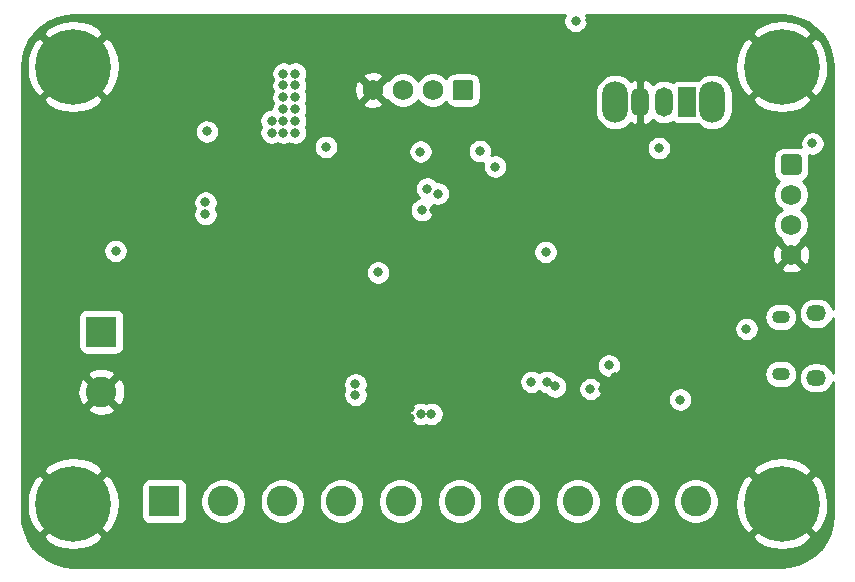
<source format=gbr>
%TF.GenerationSoftware,KiCad,Pcbnew,(5.1.9)-1*%
%TF.CreationDate,2021-03-08T12:26:08+05:30*%
%TF.ProjectId,STM32F4,53544d33-3246-4342-9e6b-696361645f70,rev?*%
%TF.SameCoordinates,Original*%
%TF.FileFunction,Copper,L2,Inr*%
%TF.FilePolarity,Positive*%
%FSLAX46Y46*%
G04 Gerber Fmt 4.6, Leading zero omitted, Abs format (unit mm)*
G04 Created by KiCad (PCBNEW (5.1.9)-1) date 2021-03-08 12:26:08*
%MOMM*%
%LPD*%
G01*
G04 APERTURE LIST*
%TA.AperFunction,ComponentPad*%
%ADD10C,6.400000*%
%TD*%
%TA.AperFunction,ComponentPad*%
%ADD11C,0.800000*%
%TD*%
%TA.AperFunction,ComponentPad*%
%ADD12C,2.600000*%
%TD*%
%TA.AperFunction,ComponentPad*%
%ADD13R,2.600000X2.600000*%
%TD*%
%TA.AperFunction,ComponentPad*%
%ADD14C,1.740000*%
%TD*%
%TA.AperFunction,ComponentPad*%
%ADD15R,1.500000X2.500000*%
%TD*%
%TA.AperFunction,ComponentPad*%
%ADD16O,1.500000X2.500000*%
%TD*%
%TA.AperFunction,ComponentPad*%
%ADD17O,2.200000X3.500000*%
%TD*%
%TA.AperFunction,ComponentPad*%
%ADD18O,1.500000X1.100000*%
%TD*%
%TA.AperFunction,ComponentPad*%
%ADD19O,1.700000X1.350000*%
%TD*%
%TA.AperFunction,ViaPad*%
%ADD20C,0.800000*%
%TD*%
%TA.AperFunction,Conductor*%
%ADD21C,0.254000*%
%TD*%
%TA.AperFunction,Conductor*%
%ADD22C,0.100000*%
%TD*%
G04 APERTURE END LIST*
D10*
%TO.N,GND*%
%TO.C,H4*%
X90000000Y-67000000D03*
D11*
X92400000Y-67000000D03*
X91697056Y-68697056D03*
X90000000Y-69400000D03*
X88302944Y-68697056D03*
X87600000Y-67000000D03*
X88302944Y-65302944D03*
X90000000Y-64600000D03*
X91697056Y-65302944D03*
%TD*%
%TO.N,GND*%
%TO.C,H3*%
X91697056Y-28302944D03*
X90000000Y-27600000D03*
X88302944Y-28302944D03*
X87600000Y-30000000D03*
X88302944Y-31697056D03*
X90000000Y-32400000D03*
X91697056Y-31697056D03*
X92400000Y-30000000D03*
D10*
X90000000Y-30000000D03*
%TD*%
D11*
%TO.N,GND*%
%TO.C,H2*%
X31697056Y-28302944D03*
X30000000Y-27600000D03*
X28302944Y-28302944D03*
X27600000Y-30000000D03*
X28302944Y-31697056D03*
X30000000Y-32400000D03*
X31697056Y-31697056D03*
X32400000Y-30000000D03*
D10*
X30000000Y-30000000D03*
%TD*%
D11*
%TO.N,GND*%
%TO.C,H1*%
X31697056Y-65302944D03*
X30000000Y-64600000D03*
X28302944Y-65302944D03*
X27600000Y-67000000D03*
X28302944Y-68697056D03*
X30000000Y-69400000D03*
X31697056Y-68697056D03*
X32400000Y-67000000D03*
D10*
X30000000Y-67000000D03*
%TD*%
D12*
%TO.N,GND*%
%TO.C,J1*%
X32385000Y-57531000D03*
D13*
%TO.N,+12V*%
X32385000Y-52451000D03*
%TD*%
D14*
%TO.N,GND*%
%TO.C,J4*%
X90800000Y-45920000D03*
%TO.N,USART_TX*%
X90800000Y-43380000D03*
%TO.N,USART_RX*%
X90800000Y-40840000D03*
%TO.N,+3V3*%
%TA.AperFunction,ComponentPad*%
G36*
G01*
X90179999Y-37430000D02*
X91420001Y-37430000D01*
G75*
G02*
X91670000Y-37679999I0J-249999D01*
G01*
X91670000Y-38920001D01*
G75*
G02*
X91420001Y-39170000I-249999J0D01*
G01*
X90179999Y-39170000D01*
G75*
G02*
X89930000Y-38920001I0J249999D01*
G01*
X89930000Y-37679999D01*
G75*
G02*
X90179999Y-37430000I249999J0D01*
G01*
G37*
%TD.AperFunction*%
%TD*%
D15*
%TO.N,+3V3*%
%TO.C,SW1*%
X82000000Y-33000000D03*
D16*
%TO.N,Net-(R10-Pad2)*%
X80000000Y-33000000D03*
%TO.N,GND*%
X78000000Y-33000000D03*
D17*
%TO.N,*%
X84100000Y-33000000D03*
X75900000Y-33000000D03*
%TD*%
D13*
%TO.N,PA0*%
%TO.C,J2*%
X37719000Y-66802000D03*
D12*
%TO.N,PA1*%
X42719000Y-66802000D03*
%TO.N,PA2*%
X47719000Y-66802000D03*
%TO.N,PA4*%
X52719000Y-66802000D03*
%TO.N,PA5*%
X57719000Y-66802000D03*
%TO.N,PA6*%
X62719000Y-66802000D03*
%TO.N,PA7*%
X67719000Y-66802000D03*
%TO.N,PC4*%
X72719000Y-66802000D03*
%TO.N,PB0*%
X77719000Y-66802000D03*
%TO.N,PB1*%
X82719000Y-66802000D03*
%TD*%
%TO.N,+3V3*%
%TO.C,J5*%
%TA.AperFunction,ComponentPad*%
G36*
G01*
X63870000Y-31379999D02*
X63870000Y-32620001D01*
G75*
G02*
X63620001Y-32870000I-249999J0D01*
G01*
X62379999Y-32870000D01*
G75*
G02*
X62130000Y-32620001I0J249999D01*
G01*
X62130000Y-31379999D01*
G75*
G02*
X62379999Y-31130000I249999J0D01*
G01*
X63620001Y-31130000D01*
G75*
G02*
X63870000Y-31379999I0J-249999D01*
G01*
G37*
%TD.AperFunction*%
D14*
%TO.N,I2C1_SCL*%
X60460000Y-32000000D03*
%TO.N,I2C1_SDA*%
X57920000Y-32000000D03*
%TO.N,GND*%
X55380000Y-32000000D03*
%TD*%
D18*
%TO.N,Net-(J6-Pad6)*%
%TO.C,J6*%
X89915000Y-56045000D03*
X89915000Y-51205000D03*
D19*
X92915000Y-56355000D03*
X92915000Y-50895000D03*
%TD*%
D20*
%TO.N,GND*%
X72382500Y-44982500D03*
X68436600Y-59863400D03*
X65686000Y-60486000D03*
X68436600Y-60663400D03*
X50400000Y-58400000D03*
X49100000Y-58400000D03*
X50070500Y-51429500D03*
X48800000Y-51500000D03*
X54600000Y-52400000D03*
X54600000Y-53200000D03*
X53773500Y-46773500D03*
X52726500Y-46773500D03*
X52700000Y-45600000D03*
X53800000Y-45600000D03*
X58500000Y-58900000D03*
X58500000Y-59774990D03*
X75200000Y-36700000D03*
X92580000Y-47700000D03*
X74850000Y-57300000D03*
X46200000Y-39800000D03*
X46200000Y-40700000D03*
X37600000Y-38000000D03*
X37600000Y-37200000D03*
X38544500Y-38955500D03*
X37600000Y-36400000D03*
X49444240Y-47355760D03*
X47485000Y-45085000D03*
X47600000Y-27700000D03*
X48469669Y-27730331D03*
X40640000Y-34140000D03*
X53060520Y-36860480D03*
X60514500Y-42114500D03*
X73800000Y-26100000D03*
X82600000Y-52200000D03*
X88400000Y-49699990D03*
X88400000Y-50600004D03*
X74600000Y-52700000D03*
X41500000Y-34234026D03*
X50400024Y-59700000D03*
X49100000Y-59699992D03*
X75000000Y-45000000D03*
X77500000Y-45000000D03*
X80000000Y-45000000D03*
X82500000Y-45000000D03*
X82500000Y-42500000D03*
X80000000Y-42500000D03*
X77500000Y-42500000D03*
X75000000Y-42500000D03*
X75000000Y-40000000D03*
X77500000Y-40000000D03*
X80000000Y-40000000D03*
X82500000Y-40000000D03*
X85000000Y-40000000D03*
X41000000Y-47000000D03*
X41000000Y-49000000D03*
X41000000Y-51000000D03*
X41000000Y-53000000D03*
X41000000Y-55000000D03*
X41000000Y-57000000D03*
X41000000Y-59000000D03*
X43000000Y-59000000D03*
X45000000Y-59000000D03*
X47000000Y-59000000D03*
X47000000Y-57000000D03*
X49000000Y-57000000D03*
X45000000Y-57000000D03*
X43000000Y-57000000D03*
X43000000Y-55000000D03*
X45000000Y-55000000D03*
X47000000Y-55000000D03*
X49000000Y-55000000D03*
X49000000Y-53000000D03*
X47000000Y-53000000D03*
X45000000Y-53000000D03*
X43000000Y-53000000D03*
X43000000Y-51000000D03*
X45000000Y-51000000D03*
X47000000Y-51000000D03*
X43000000Y-49000000D03*
X45000000Y-49000000D03*
X47000000Y-49000000D03*
X47000000Y-47000000D03*
X45000000Y-47000000D03*
X43000000Y-47000000D03*
X27500000Y-42500000D03*
X30000000Y-42500000D03*
X32500000Y-42500000D03*
X32500000Y-40000000D03*
X32500000Y-37500000D03*
X32500000Y-35000000D03*
X32500000Y-35000000D03*
X30000000Y-35000000D03*
X30000000Y-37500000D03*
X30000000Y-40000000D03*
X27500000Y-40000000D03*
X27500000Y-37500000D03*
X27500000Y-35000000D03*
X27500000Y-57500000D03*
X27500000Y-60000000D03*
X27500000Y-62500000D03*
X30000000Y-60000000D03*
X30000000Y-62500000D03*
X35000000Y-62500000D03*
X32500000Y-62500000D03*
X32500000Y-60000000D03*
X35000000Y-60000000D03*
X35000000Y-57500000D03*
X35000000Y-70000000D03*
X37500000Y-70000000D03*
X40000000Y-70000000D03*
X42500000Y-70000000D03*
X45000000Y-70000000D03*
X47500000Y-70000000D03*
X50000000Y-70000000D03*
X52500000Y-70000000D03*
X55000000Y-70000000D03*
X57500000Y-70000000D03*
X60000000Y-70000000D03*
X65000000Y-70000000D03*
X62500000Y-70000000D03*
X67500000Y-70000000D03*
X70000000Y-70000000D03*
X72500000Y-70000000D03*
X75000000Y-70000000D03*
X77500000Y-70000000D03*
X80000000Y-70000000D03*
X82500000Y-70000000D03*
X85000000Y-70000000D03*
X92500000Y-62500000D03*
X87500000Y-62500000D03*
X52500000Y-35000000D03*
X52500000Y-32500000D03*
X52500000Y-30000000D03*
X52500000Y-27500000D03*
X55000000Y-27500000D03*
X57500000Y-27500000D03*
X60000000Y-27500000D03*
X62500000Y-27500000D03*
X65000000Y-27500000D03*
X55000000Y-35000000D03*
X62500000Y-35000000D03*
X65000000Y-35000000D03*
X85000000Y-27500000D03*
X82500000Y-27500000D03*
X80000000Y-27500000D03*
X77500000Y-27500000D03*
X75000000Y-27500000D03*
X75000000Y-30000000D03*
X77500000Y-30000000D03*
X80000000Y-30000000D03*
X82500000Y-30000000D03*
X85000000Y-30000000D03*
X79000000Y-60000000D03*
X79000000Y-58000000D03*
X79000000Y-56000000D03*
X77000000Y-56000000D03*
X77000000Y-58000000D03*
X77000000Y-60000000D03*
X75000000Y-60000000D03*
X73000000Y-60000000D03*
X71000000Y-60000000D03*
X71000000Y-59000000D03*
X73000000Y-59000000D03*
X75000000Y-59000000D03*
X83000000Y-49000000D03*
X88400000Y-46600000D03*
X85000000Y-49000000D03*
X87000000Y-49000000D03*
X87000000Y-47000000D03*
X85000000Y-47000000D03*
X80000000Y-47000000D03*
X60000000Y-52000000D03*
X62000000Y-52000000D03*
X64000000Y-52000000D03*
X66000000Y-52000000D03*
X66000000Y-50000000D03*
X64000000Y-50000000D03*
X62000000Y-50000000D03*
X60000000Y-50000000D03*
X60000000Y-48000000D03*
X62000000Y-48000000D03*
X64000000Y-48000000D03*
X66000000Y-48000000D03*
X75900000Y-56250000D03*
%TO.N,Net-(D1-Pad1)*%
X81400000Y-58200000D03*
X33600000Y-45600000D03*
%TO.N,NRST*%
X59400000Y-37200000D03*
X64430136Y-37169474D03*
%TO.N,USART_TX*%
X75350014Y-55300000D03*
%TO.N,USART_RX*%
X73800000Y-57300000D03*
%TO.N,Net-(R10-Pad2)*%
X60886412Y-40755339D03*
%TO.N,+5V*%
X87000000Y-52200000D03*
%TO.N,+3V3*%
X47800000Y-34600000D03*
X48800000Y-34600000D03*
X48800000Y-33600000D03*
X48800000Y-32600000D03*
X47800000Y-32600000D03*
X47800000Y-33600000D03*
X48800000Y-31600000D03*
X47800000Y-31600000D03*
X46800000Y-35600000D03*
X47800000Y-35600000D03*
X48800000Y-35600000D03*
X48800000Y-30600000D03*
X47800000Y-30600000D03*
X46800000Y-34600000D03*
X70000000Y-45700000D03*
X68800000Y-56700000D03*
X70100000Y-56700000D03*
X53900000Y-56900000D03*
X53900000Y-57800000D03*
X60327060Y-59400000D03*
X59450010Y-59400000D03*
X79600000Y-36900000D03*
X70819667Y-57080342D03*
X92600000Y-36500000D03*
X41200000Y-41500000D03*
X41200000Y-42500000D03*
X51409500Y-36809500D03*
X59515019Y-42146774D03*
X59975000Y-40325000D03*
X65725000Y-38475000D03*
X55815500Y-47429499D03*
X72540000Y-26140000D03*
X41325942Y-35492050D03*
%TD*%
D21*
%TO.N,GND*%
X71544774Y-25838102D02*
X71505000Y-26038061D01*
X71505000Y-26241939D01*
X71544774Y-26441898D01*
X71622795Y-26630256D01*
X71736063Y-26799774D01*
X71880226Y-26943937D01*
X72049744Y-27057205D01*
X72238102Y-27135226D01*
X72438061Y-27175000D01*
X72641939Y-27175000D01*
X72841898Y-27135226D01*
X73030256Y-27057205D01*
X73199774Y-26943937D01*
X73343937Y-26799774D01*
X73457205Y-26630256D01*
X73535226Y-26441898D01*
X73575000Y-26241939D01*
X73575000Y-26038061D01*
X73535226Y-25838102D01*
X73461453Y-25660000D01*
X89970608Y-25660000D01*
X90768083Y-25731173D01*
X91511891Y-25934656D01*
X92207905Y-26266638D01*
X92834130Y-26716626D01*
X93370777Y-27270403D01*
X93800871Y-27910451D01*
X94110829Y-28616553D01*
X94292065Y-29371457D01*
X94340001Y-30024220D01*
X94340000Y-50502889D01*
X94306138Y-50391259D01*
X94184495Y-50163682D01*
X94020792Y-49964208D01*
X93821318Y-49800505D01*
X93593741Y-49678862D01*
X93346805Y-49603955D01*
X93154351Y-49585000D01*
X92675649Y-49585000D01*
X92483195Y-49603955D01*
X92236259Y-49678862D01*
X92008682Y-49800505D01*
X91809208Y-49964208D01*
X91645505Y-50163682D01*
X91523862Y-50391259D01*
X91448955Y-50638195D01*
X91423662Y-50895000D01*
X91448955Y-51151805D01*
X91523862Y-51398741D01*
X91645505Y-51626318D01*
X91809208Y-51825792D01*
X92008682Y-51989495D01*
X92236259Y-52111138D01*
X92483195Y-52186045D01*
X92675649Y-52205000D01*
X93154351Y-52205000D01*
X93346805Y-52186045D01*
X93593741Y-52111138D01*
X93821318Y-51989495D01*
X94020792Y-51825792D01*
X94184495Y-51626318D01*
X94306138Y-51398741D01*
X94340000Y-51287111D01*
X94340000Y-55962888D01*
X94306138Y-55851259D01*
X94184495Y-55623682D01*
X94020792Y-55424208D01*
X93821318Y-55260505D01*
X93593741Y-55138862D01*
X93346805Y-55063955D01*
X93154351Y-55045000D01*
X92675649Y-55045000D01*
X92483195Y-55063955D01*
X92236259Y-55138862D01*
X92008682Y-55260505D01*
X91809208Y-55424208D01*
X91645505Y-55623682D01*
X91523862Y-55851259D01*
X91448955Y-56098195D01*
X91423662Y-56355000D01*
X91448955Y-56611805D01*
X91523862Y-56858741D01*
X91645505Y-57086318D01*
X91809208Y-57285792D01*
X92008682Y-57449495D01*
X92236259Y-57571138D01*
X92483195Y-57646045D01*
X92675649Y-57665000D01*
X93154351Y-57665000D01*
X93346805Y-57646045D01*
X93593741Y-57571138D01*
X93821318Y-57449495D01*
X94020792Y-57285792D01*
X94184495Y-57086318D01*
X94306138Y-56858741D01*
X94340000Y-56747112D01*
X94340000Y-67970608D01*
X94268827Y-68768083D01*
X94065344Y-69511890D01*
X93733363Y-70207904D01*
X93283374Y-70834130D01*
X92729597Y-71370777D01*
X92089549Y-71800871D01*
X91383447Y-72110829D01*
X90628543Y-72292065D01*
X89975793Y-72340000D01*
X30029392Y-72340000D01*
X29231917Y-72268827D01*
X28488110Y-72065344D01*
X27792096Y-71733363D01*
X27165870Y-71283374D01*
X26629223Y-70729597D01*
X26199129Y-70089549D01*
X26063793Y-69781244D01*
X27463415Y-69781244D01*
X27822789Y-70290999D01*
X28506665Y-70652516D01*
X29247930Y-70873670D01*
X30018096Y-70945960D01*
X30787567Y-70866608D01*
X31526772Y-70638665D01*
X32177211Y-70290999D01*
X32536585Y-69781244D01*
X87463415Y-69781244D01*
X87822789Y-70290999D01*
X88506665Y-70652516D01*
X89247930Y-70873670D01*
X90018096Y-70945960D01*
X90787567Y-70866608D01*
X91526772Y-70638665D01*
X92177211Y-70290999D01*
X92536585Y-69781244D01*
X90000000Y-67244659D01*
X87463415Y-69781244D01*
X32536585Y-69781244D01*
X30000000Y-67244659D01*
X27463415Y-69781244D01*
X26063793Y-69781244D01*
X25889171Y-69383447D01*
X25707935Y-68628543D01*
X25660000Y-67975793D01*
X25660000Y-67018096D01*
X26054040Y-67018096D01*
X26133392Y-67787567D01*
X26361335Y-68526772D01*
X26709001Y-69177211D01*
X27218756Y-69536585D01*
X29755341Y-67000000D01*
X30244659Y-67000000D01*
X32781244Y-69536585D01*
X33290999Y-69177211D01*
X33652516Y-68493335D01*
X33873670Y-67752070D01*
X33945960Y-66981904D01*
X33866608Y-66212433D01*
X33647538Y-65502000D01*
X35780928Y-65502000D01*
X35780928Y-68102000D01*
X35793188Y-68226482D01*
X35829498Y-68346180D01*
X35888463Y-68456494D01*
X35967815Y-68553185D01*
X36064506Y-68632537D01*
X36174820Y-68691502D01*
X36294518Y-68727812D01*
X36419000Y-68740072D01*
X39019000Y-68740072D01*
X39143482Y-68727812D01*
X39263180Y-68691502D01*
X39373494Y-68632537D01*
X39470185Y-68553185D01*
X39549537Y-68456494D01*
X39608502Y-68346180D01*
X39644812Y-68226482D01*
X39657072Y-68102000D01*
X39657072Y-66611419D01*
X40784000Y-66611419D01*
X40784000Y-66992581D01*
X40858361Y-67366419D01*
X41004225Y-67718566D01*
X41215987Y-68035491D01*
X41485509Y-68305013D01*
X41802434Y-68516775D01*
X42154581Y-68662639D01*
X42528419Y-68737000D01*
X42909581Y-68737000D01*
X43283419Y-68662639D01*
X43635566Y-68516775D01*
X43952491Y-68305013D01*
X44222013Y-68035491D01*
X44433775Y-67718566D01*
X44579639Y-67366419D01*
X44654000Y-66992581D01*
X44654000Y-66611419D01*
X45784000Y-66611419D01*
X45784000Y-66992581D01*
X45858361Y-67366419D01*
X46004225Y-67718566D01*
X46215987Y-68035491D01*
X46485509Y-68305013D01*
X46802434Y-68516775D01*
X47154581Y-68662639D01*
X47528419Y-68737000D01*
X47909581Y-68737000D01*
X48283419Y-68662639D01*
X48635566Y-68516775D01*
X48952491Y-68305013D01*
X49222013Y-68035491D01*
X49433775Y-67718566D01*
X49579639Y-67366419D01*
X49654000Y-66992581D01*
X49654000Y-66611419D01*
X50784000Y-66611419D01*
X50784000Y-66992581D01*
X50858361Y-67366419D01*
X51004225Y-67718566D01*
X51215987Y-68035491D01*
X51485509Y-68305013D01*
X51802434Y-68516775D01*
X52154581Y-68662639D01*
X52528419Y-68737000D01*
X52909581Y-68737000D01*
X53283419Y-68662639D01*
X53635566Y-68516775D01*
X53952491Y-68305013D01*
X54222013Y-68035491D01*
X54433775Y-67718566D01*
X54579639Y-67366419D01*
X54654000Y-66992581D01*
X54654000Y-66611419D01*
X55784000Y-66611419D01*
X55784000Y-66992581D01*
X55858361Y-67366419D01*
X56004225Y-67718566D01*
X56215987Y-68035491D01*
X56485509Y-68305013D01*
X56802434Y-68516775D01*
X57154581Y-68662639D01*
X57528419Y-68737000D01*
X57909581Y-68737000D01*
X58283419Y-68662639D01*
X58635566Y-68516775D01*
X58952491Y-68305013D01*
X59222013Y-68035491D01*
X59433775Y-67718566D01*
X59579639Y-67366419D01*
X59654000Y-66992581D01*
X59654000Y-66611419D01*
X60784000Y-66611419D01*
X60784000Y-66992581D01*
X60858361Y-67366419D01*
X61004225Y-67718566D01*
X61215987Y-68035491D01*
X61485509Y-68305013D01*
X61802434Y-68516775D01*
X62154581Y-68662639D01*
X62528419Y-68737000D01*
X62909581Y-68737000D01*
X63283419Y-68662639D01*
X63635566Y-68516775D01*
X63952491Y-68305013D01*
X64222013Y-68035491D01*
X64433775Y-67718566D01*
X64579639Y-67366419D01*
X64654000Y-66992581D01*
X64654000Y-66611419D01*
X65784000Y-66611419D01*
X65784000Y-66992581D01*
X65858361Y-67366419D01*
X66004225Y-67718566D01*
X66215987Y-68035491D01*
X66485509Y-68305013D01*
X66802434Y-68516775D01*
X67154581Y-68662639D01*
X67528419Y-68737000D01*
X67909581Y-68737000D01*
X68283419Y-68662639D01*
X68635566Y-68516775D01*
X68952491Y-68305013D01*
X69222013Y-68035491D01*
X69433775Y-67718566D01*
X69579639Y-67366419D01*
X69654000Y-66992581D01*
X69654000Y-66611419D01*
X70784000Y-66611419D01*
X70784000Y-66992581D01*
X70858361Y-67366419D01*
X71004225Y-67718566D01*
X71215987Y-68035491D01*
X71485509Y-68305013D01*
X71802434Y-68516775D01*
X72154581Y-68662639D01*
X72528419Y-68737000D01*
X72909581Y-68737000D01*
X73283419Y-68662639D01*
X73635566Y-68516775D01*
X73952491Y-68305013D01*
X74222013Y-68035491D01*
X74433775Y-67718566D01*
X74579639Y-67366419D01*
X74654000Y-66992581D01*
X74654000Y-66611419D01*
X75784000Y-66611419D01*
X75784000Y-66992581D01*
X75858361Y-67366419D01*
X76004225Y-67718566D01*
X76215987Y-68035491D01*
X76485509Y-68305013D01*
X76802434Y-68516775D01*
X77154581Y-68662639D01*
X77528419Y-68737000D01*
X77909581Y-68737000D01*
X78283419Y-68662639D01*
X78635566Y-68516775D01*
X78952491Y-68305013D01*
X79222013Y-68035491D01*
X79433775Y-67718566D01*
X79579639Y-67366419D01*
X79654000Y-66992581D01*
X79654000Y-66611419D01*
X80784000Y-66611419D01*
X80784000Y-66992581D01*
X80858361Y-67366419D01*
X81004225Y-67718566D01*
X81215987Y-68035491D01*
X81485509Y-68305013D01*
X81802434Y-68516775D01*
X82154581Y-68662639D01*
X82528419Y-68737000D01*
X82909581Y-68737000D01*
X83283419Y-68662639D01*
X83635566Y-68516775D01*
X83952491Y-68305013D01*
X84222013Y-68035491D01*
X84433775Y-67718566D01*
X84579639Y-67366419D01*
X84648924Y-67018096D01*
X86054040Y-67018096D01*
X86133392Y-67787567D01*
X86361335Y-68526772D01*
X86709001Y-69177211D01*
X87218756Y-69536585D01*
X89755341Y-67000000D01*
X90244659Y-67000000D01*
X92781244Y-69536585D01*
X93290999Y-69177211D01*
X93652516Y-68493335D01*
X93873670Y-67752070D01*
X93945960Y-66981904D01*
X93866608Y-66212433D01*
X93638665Y-65473228D01*
X93290999Y-64822789D01*
X92781244Y-64463415D01*
X90244659Y-67000000D01*
X89755341Y-67000000D01*
X87218756Y-64463415D01*
X86709001Y-64822789D01*
X86347484Y-65506665D01*
X86126330Y-66247930D01*
X86054040Y-67018096D01*
X84648924Y-67018096D01*
X84654000Y-66992581D01*
X84654000Y-66611419D01*
X84579639Y-66237581D01*
X84433775Y-65885434D01*
X84222013Y-65568509D01*
X83952491Y-65298987D01*
X83635566Y-65087225D01*
X83283419Y-64941361D01*
X82909581Y-64867000D01*
X82528419Y-64867000D01*
X82154581Y-64941361D01*
X81802434Y-65087225D01*
X81485509Y-65298987D01*
X81215987Y-65568509D01*
X81004225Y-65885434D01*
X80858361Y-66237581D01*
X80784000Y-66611419D01*
X79654000Y-66611419D01*
X79579639Y-66237581D01*
X79433775Y-65885434D01*
X79222013Y-65568509D01*
X78952491Y-65298987D01*
X78635566Y-65087225D01*
X78283419Y-64941361D01*
X77909581Y-64867000D01*
X77528419Y-64867000D01*
X77154581Y-64941361D01*
X76802434Y-65087225D01*
X76485509Y-65298987D01*
X76215987Y-65568509D01*
X76004225Y-65885434D01*
X75858361Y-66237581D01*
X75784000Y-66611419D01*
X74654000Y-66611419D01*
X74579639Y-66237581D01*
X74433775Y-65885434D01*
X74222013Y-65568509D01*
X73952491Y-65298987D01*
X73635566Y-65087225D01*
X73283419Y-64941361D01*
X72909581Y-64867000D01*
X72528419Y-64867000D01*
X72154581Y-64941361D01*
X71802434Y-65087225D01*
X71485509Y-65298987D01*
X71215987Y-65568509D01*
X71004225Y-65885434D01*
X70858361Y-66237581D01*
X70784000Y-66611419D01*
X69654000Y-66611419D01*
X69579639Y-66237581D01*
X69433775Y-65885434D01*
X69222013Y-65568509D01*
X68952491Y-65298987D01*
X68635566Y-65087225D01*
X68283419Y-64941361D01*
X67909581Y-64867000D01*
X67528419Y-64867000D01*
X67154581Y-64941361D01*
X66802434Y-65087225D01*
X66485509Y-65298987D01*
X66215987Y-65568509D01*
X66004225Y-65885434D01*
X65858361Y-66237581D01*
X65784000Y-66611419D01*
X64654000Y-66611419D01*
X64579639Y-66237581D01*
X64433775Y-65885434D01*
X64222013Y-65568509D01*
X63952491Y-65298987D01*
X63635566Y-65087225D01*
X63283419Y-64941361D01*
X62909581Y-64867000D01*
X62528419Y-64867000D01*
X62154581Y-64941361D01*
X61802434Y-65087225D01*
X61485509Y-65298987D01*
X61215987Y-65568509D01*
X61004225Y-65885434D01*
X60858361Y-66237581D01*
X60784000Y-66611419D01*
X59654000Y-66611419D01*
X59579639Y-66237581D01*
X59433775Y-65885434D01*
X59222013Y-65568509D01*
X58952491Y-65298987D01*
X58635566Y-65087225D01*
X58283419Y-64941361D01*
X57909581Y-64867000D01*
X57528419Y-64867000D01*
X57154581Y-64941361D01*
X56802434Y-65087225D01*
X56485509Y-65298987D01*
X56215987Y-65568509D01*
X56004225Y-65885434D01*
X55858361Y-66237581D01*
X55784000Y-66611419D01*
X54654000Y-66611419D01*
X54579639Y-66237581D01*
X54433775Y-65885434D01*
X54222013Y-65568509D01*
X53952491Y-65298987D01*
X53635566Y-65087225D01*
X53283419Y-64941361D01*
X52909581Y-64867000D01*
X52528419Y-64867000D01*
X52154581Y-64941361D01*
X51802434Y-65087225D01*
X51485509Y-65298987D01*
X51215987Y-65568509D01*
X51004225Y-65885434D01*
X50858361Y-66237581D01*
X50784000Y-66611419D01*
X49654000Y-66611419D01*
X49579639Y-66237581D01*
X49433775Y-65885434D01*
X49222013Y-65568509D01*
X48952491Y-65298987D01*
X48635566Y-65087225D01*
X48283419Y-64941361D01*
X47909581Y-64867000D01*
X47528419Y-64867000D01*
X47154581Y-64941361D01*
X46802434Y-65087225D01*
X46485509Y-65298987D01*
X46215987Y-65568509D01*
X46004225Y-65885434D01*
X45858361Y-66237581D01*
X45784000Y-66611419D01*
X44654000Y-66611419D01*
X44579639Y-66237581D01*
X44433775Y-65885434D01*
X44222013Y-65568509D01*
X43952491Y-65298987D01*
X43635566Y-65087225D01*
X43283419Y-64941361D01*
X42909581Y-64867000D01*
X42528419Y-64867000D01*
X42154581Y-64941361D01*
X41802434Y-65087225D01*
X41485509Y-65298987D01*
X41215987Y-65568509D01*
X41004225Y-65885434D01*
X40858361Y-66237581D01*
X40784000Y-66611419D01*
X39657072Y-66611419D01*
X39657072Y-65502000D01*
X39644812Y-65377518D01*
X39608502Y-65257820D01*
X39549537Y-65147506D01*
X39470185Y-65050815D01*
X39373494Y-64971463D01*
X39263180Y-64912498D01*
X39143482Y-64876188D01*
X39019000Y-64863928D01*
X36419000Y-64863928D01*
X36294518Y-64876188D01*
X36174820Y-64912498D01*
X36064506Y-64971463D01*
X35967815Y-65050815D01*
X35888463Y-65147506D01*
X35829498Y-65257820D01*
X35793188Y-65377518D01*
X35780928Y-65502000D01*
X33647538Y-65502000D01*
X33638665Y-65473228D01*
X33290999Y-64822789D01*
X32781244Y-64463415D01*
X30244659Y-67000000D01*
X29755341Y-67000000D01*
X27218756Y-64463415D01*
X26709001Y-64822789D01*
X26347484Y-65506665D01*
X26126330Y-66247930D01*
X26054040Y-67018096D01*
X25660000Y-67018096D01*
X25660000Y-64218756D01*
X27463415Y-64218756D01*
X30000000Y-66755341D01*
X32536585Y-64218756D01*
X87463415Y-64218756D01*
X90000000Y-66755341D01*
X92536585Y-64218756D01*
X92177211Y-63709001D01*
X91493335Y-63347484D01*
X90752070Y-63126330D01*
X89981904Y-63054040D01*
X89212433Y-63133392D01*
X88473228Y-63361335D01*
X87822789Y-63709001D01*
X87463415Y-64218756D01*
X32536585Y-64218756D01*
X32177211Y-63709001D01*
X31493335Y-63347484D01*
X30752070Y-63126330D01*
X29981904Y-63054040D01*
X29212433Y-63133392D01*
X28473228Y-63361335D01*
X27822789Y-63709001D01*
X27463415Y-64218756D01*
X25660000Y-64218756D01*
X25660000Y-58959337D01*
X31201322Y-58959337D01*
X31332081Y-59274545D01*
X31692461Y-59446458D01*
X32079456Y-59544760D01*
X32478192Y-59565675D01*
X32873346Y-59508399D01*
X33249734Y-59375132D01*
X33393923Y-59298061D01*
X58415010Y-59298061D01*
X58415010Y-59501939D01*
X58454784Y-59701898D01*
X58532805Y-59890256D01*
X58646073Y-60059774D01*
X58790236Y-60203937D01*
X58959754Y-60317205D01*
X59148112Y-60395226D01*
X59348071Y-60435000D01*
X59551949Y-60435000D01*
X59751908Y-60395226D01*
X59888535Y-60338633D01*
X60025162Y-60395226D01*
X60225121Y-60435000D01*
X60428999Y-60435000D01*
X60628958Y-60395226D01*
X60817316Y-60317205D01*
X60986834Y-60203937D01*
X61130997Y-60059774D01*
X61244265Y-59890256D01*
X61322286Y-59701898D01*
X61362060Y-59501939D01*
X61362060Y-59298061D01*
X61322286Y-59098102D01*
X61244265Y-58909744D01*
X61130997Y-58740226D01*
X60986834Y-58596063D01*
X60817316Y-58482795D01*
X60628958Y-58404774D01*
X60428999Y-58365000D01*
X60225121Y-58365000D01*
X60025162Y-58404774D01*
X59888535Y-58461367D01*
X59751908Y-58404774D01*
X59551949Y-58365000D01*
X59348071Y-58365000D01*
X59148112Y-58404774D01*
X58959754Y-58482795D01*
X58790236Y-58596063D01*
X58646073Y-58740226D01*
X58532805Y-58909744D01*
X58454784Y-59098102D01*
X58415010Y-59298061D01*
X33393923Y-59298061D01*
X33437919Y-59274545D01*
X33568678Y-58959337D01*
X32385000Y-57775659D01*
X31201322Y-58959337D01*
X25660000Y-58959337D01*
X25660000Y-57624192D01*
X30350325Y-57624192D01*
X30407601Y-58019346D01*
X30540868Y-58395734D01*
X30641455Y-58583919D01*
X30956663Y-58714678D01*
X32140341Y-57531000D01*
X32629659Y-57531000D01*
X33813337Y-58714678D01*
X34128545Y-58583919D01*
X34300458Y-58223539D01*
X34398760Y-57836544D01*
X34419675Y-57437808D01*
X34362399Y-57042654D01*
X34275797Y-56798061D01*
X52865000Y-56798061D01*
X52865000Y-57001939D01*
X52904774Y-57201898D01*
X52966120Y-57350000D01*
X52904774Y-57498102D01*
X52865000Y-57698061D01*
X52865000Y-57901939D01*
X52904774Y-58101898D01*
X52982795Y-58290256D01*
X53096063Y-58459774D01*
X53240226Y-58603937D01*
X53409744Y-58717205D01*
X53598102Y-58795226D01*
X53798061Y-58835000D01*
X54001939Y-58835000D01*
X54201898Y-58795226D01*
X54390256Y-58717205D01*
X54559774Y-58603937D01*
X54703937Y-58459774D01*
X54817205Y-58290256D01*
X54895226Y-58101898D01*
X54935000Y-57901939D01*
X54935000Y-57698061D01*
X54895226Y-57498102D01*
X54833880Y-57350000D01*
X54895226Y-57201898D01*
X54935000Y-57001939D01*
X54935000Y-56798061D01*
X54895226Y-56598102D01*
X54895210Y-56598061D01*
X67765000Y-56598061D01*
X67765000Y-56801939D01*
X67804774Y-57001898D01*
X67882795Y-57190256D01*
X67996063Y-57359774D01*
X68140226Y-57503937D01*
X68309744Y-57617205D01*
X68498102Y-57695226D01*
X68698061Y-57735000D01*
X68901939Y-57735000D01*
X69101898Y-57695226D01*
X69290256Y-57617205D01*
X69450000Y-57510468D01*
X69609744Y-57617205D01*
X69798102Y-57695226D01*
X69998061Y-57735000D01*
X70012312Y-57735000D01*
X70015730Y-57740116D01*
X70159893Y-57884279D01*
X70329411Y-57997547D01*
X70517769Y-58075568D01*
X70717728Y-58115342D01*
X70921606Y-58115342D01*
X71121565Y-58075568D01*
X71309923Y-57997547D01*
X71479441Y-57884279D01*
X71623604Y-57740116D01*
X71736872Y-57570598D01*
X71814893Y-57382240D01*
X71851528Y-57198061D01*
X72765000Y-57198061D01*
X72765000Y-57401939D01*
X72804774Y-57601898D01*
X72882795Y-57790256D01*
X72996063Y-57959774D01*
X73140226Y-58103937D01*
X73309744Y-58217205D01*
X73498102Y-58295226D01*
X73698061Y-58335000D01*
X73901939Y-58335000D01*
X74101898Y-58295226D01*
X74290256Y-58217205D01*
X74459774Y-58103937D01*
X74465650Y-58098061D01*
X80365000Y-58098061D01*
X80365000Y-58301939D01*
X80404774Y-58501898D01*
X80482795Y-58690256D01*
X80596063Y-58859774D01*
X80740226Y-59003937D01*
X80909744Y-59117205D01*
X81098102Y-59195226D01*
X81298061Y-59235000D01*
X81501939Y-59235000D01*
X81701898Y-59195226D01*
X81890256Y-59117205D01*
X82059774Y-59003937D01*
X82203937Y-58859774D01*
X82317205Y-58690256D01*
X82395226Y-58501898D01*
X82435000Y-58301939D01*
X82435000Y-58098061D01*
X82395226Y-57898102D01*
X82317205Y-57709744D01*
X82203937Y-57540226D01*
X82059774Y-57396063D01*
X81890256Y-57282795D01*
X81701898Y-57204774D01*
X81501939Y-57165000D01*
X81298061Y-57165000D01*
X81098102Y-57204774D01*
X80909744Y-57282795D01*
X80740226Y-57396063D01*
X80596063Y-57540226D01*
X80482795Y-57709744D01*
X80404774Y-57898102D01*
X80365000Y-58098061D01*
X74465650Y-58098061D01*
X74603937Y-57959774D01*
X74717205Y-57790256D01*
X74795226Y-57601898D01*
X74835000Y-57401939D01*
X74835000Y-57198061D01*
X74795226Y-56998102D01*
X74717205Y-56809744D01*
X74603937Y-56640226D01*
X74459774Y-56496063D01*
X74290256Y-56382795D01*
X74101898Y-56304774D01*
X73901939Y-56265000D01*
X73698061Y-56265000D01*
X73498102Y-56304774D01*
X73309744Y-56382795D01*
X73140226Y-56496063D01*
X72996063Y-56640226D01*
X72882795Y-56809744D01*
X72804774Y-56998102D01*
X72765000Y-57198061D01*
X71851528Y-57198061D01*
X71854667Y-57182281D01*
X71854667Y-56978403D01*
X71814893Y-56778444D01*
X71736872Y-56590086D01*
X71623604Y-56420568D01*
X71479441Y-56276405D01*
X71309923Y-56163137D01*
X71121565Y-56085116D01*
X70921606Y-56045342D01*
X70907355Y-56045342D01*
X70903937Y-56040226D01*
X70759774Y-55896063D01*
X70590256Y-55782795D01*
X70401898Y-55704774D01*
X70201939Y-55665000D01*
X69998061Y-55665000D01*
X69798102Y-55704774D01*
X69609744Y-55782795D01*
X69450000Y-55889532D01*
X69290256Y-55782795D01*
X69101898Y-55704774D01*
X68901939Y-55665000D01*
X68698061Y-55665000D01*
X68498102Y-55704774D01*
X68309744Y-55782795D01*
X68140226Y-55896063D01*
X67996063Y-56040226D01*
X67882795Y-56209744D01*
X67804774Y-56398102D01*
X67765000Y-56598061D01*
X54895210Y-56598061D01*
X54817205Y-56409744D01*
X54703937Y-56240226D01*
X54559774Y-56096063D01*
X54390256Y-55982795D01*
X54201898Y-55904774D01*
X54001939Y-55865000D01*
X53798061Y-55865000D01*
X53598102Y-55904774D01*
X53409744Y-55982795D01*
X53240226Y-56096063D01*
X53096063Y-56240226D01*
X52982795Y-56409744D01*
X52904774Y-56598102D01*
X52865000Y-56798061D01*
X34275797Y-56798061D01*
X34229132Y-56666266D01*
X34128545Y-56478081D01*
X33813337Y-56347322D01*
X32629659Y-57531000D01*
X32140341Y-57531000D01*
X30956663Y-56347322D01*
X30641455Y-56478081D01*
X30469542Y-56838461D01*
X30371240Y-57225456D01*
X30350325Y-57624192D01*
X25660000Y-57624192D01*
X25660000Y-56102663D01*
X31201322Y-56102663D01*
X32385000Y-57286341D01*
X33568678Y-56102663D01*
X33437919Y-55787455D01*
X33077539Y-55615542D01*
X32690544Y-55517240D01*
X32291808Y-55496325D01*
X31896654Y-55553601D01*
X31520266Y-55686868D01*
X31332081Y-55787455D01*
X31201322Y-56102663D01*
X25660000Y-56102663D01*
X25660000Y-55198061D01*
X74315014Y-55198061D01*
X74315014Y-55401939D01*
X74354788Y-55601898D01*
X74432809Y-55790256D01*
X74546077Y-55959774D01*
X74690240Y-56103937D01*
X74859758Y-56217205D01*
X75048116Y-56295226D01*
X75248075Y-56335000D01*
X75451953Y-56335000D01*
X75651912Y-56295226D01*
X75840270Y-56217205D01*
X76009788Y-56103937D01*
X76068725Y-56045000D01*
X88524267Y-56045000D01*
X88547147Y-56277300D01*
X88614906Y-56500674D01*
X88724942Y-56706536D01*
X88873025Y-56886975D01*
X89053464Y-57035058D01*
X89259326Y-57145094D01*
X89482700Y-57212853D01*
X89656793Y-57230000D01*
X90173207Y-57230000D01*
X90347300Y-57212853D01*
X90570674Y-57145094D01*
X90776536Y-57035058D01*
X90956975Y-56886975D01*
X91105058Y-56706536D01*
X91215094Y-56500674D01*
X91282853Y-56277300D01*
X91305733Y-56045000D01*
X91282853Y-55812700D01*
X91215094Y-55589326D01*
X91105058Y-55383464D01*
X90956975Y-55203025D01*
X90776536Y-55054942D01*
X90570674Y-54944906D01*
X90347300Y-54877147D01*
X90173207Y-54860000D01*
X89656793Y-54860000D01*
X89482700Y-54877147D01*
X89259326Y-54944906D01*
X89053464Y-55054942D01*
X88873025Y-55203025D01*
X88724942Y-55383464D01*
X88614906Y-55589326D01*
X88547147Y-55812700D01*
X88524267Y-56045000D01*
X76068725Y-56045000D01*
X76153951Y-55959774D01*
X76267219Y-55790256D01*
X76345240Y-55601898D01*
X76385014Y-55401939D01*
X76385014Y-55198061D01*
X76345240Y-54998102D01*
X76267219Y-54809744D01*
X76153951Y-54640226D01*
X76009788Y-54496063D01*
X75840270Y-54382795D01*
X75651912Y-54304774D01*
X75451953Y-54265000D01*
X75248075Y-54265000D01*
X75048116Y-54304774D01*
X74859758Y-54382795D01*
X74690240Y-54496063D01*
X74546077Y-54640226D01*
X74432809Y-54809744D01*
X74354788Y-54998102D01*
X74315014Y-55198061D01*
X25660000Y-55198061D01*
X25660000Y-51151000D01*
X30446928Y-51151000D01*
X30446928Y-53751000D01*
X30459188Y-53875482D01*
X30495498Y-53995180D01*
X30554463Y-54105494D01*
X30633815Y-54202185D01*
X30730506Y-54281537D01*
X30840820Y-54340502D01*
X30960518Y-54376812D01*
X31085000Y-54389072D01*
X33685000Y-54389072D01*
X33809482Y-54376812D01*
X33929180Y-54340502D01*
X34039494Y-54281537D01*
X34136185Y-54202185D01*
X34215537Y-54105494D01*
X34274502Y-53995180D01*
X34310812Y-53875482D01*
X34323072Y-53751000D01*
X34323072Y-52098061D01*
X85965000Y-52098061D01*
X85965000Y-52301939D01*
X86004774Y-52501898D01*
X86082795Y-52690256D01*
X86196063Y-52859774D01*
X86340226Y-53003937D01*
X86509744Y-53117205D01*
X86698102Y-53195226D01*
X86898061Y-53235000D01*
X87101939Y-53235000D01*
X87301898Y-53195226D01*
X87490256Y-53117205D01*
X87659774Y-53003937D01*
X87803937Y-52859774D01*
X87917205Y-52690256D01*
X87995226Y-52501898D01*
X88035000Y-52301939D01*
X88035000Y-52098061D01*
X87995226Y-51898102D01*
X87917205Y-51709744D01*
X87803937Y-51540226D01*
X87659774Y-51396063D01*
X87490256Y-51282795D01*
X87302444Y-51205000D01*
X88524267Y-51205000D01*
X88547147Y-51437300D01*
X88614906Y-51660674D01*
X88724942Y-51866536D01*
X88873025Y-52046975D01*
X89053464Y-52195058D01*
X89259326Y-52305094D01*
X89482700Y-52372853D01*
X89656793Y-52390000D01*
X90173207Y-52390000D01*
X90347300Y-52372853D01*
X90570674Y-52305094D01*
X90776536Y-52195058D01*
X90956975Y-52046975D01*
X91105058Y-51866536D01*
X91215094Y-51660674D01*
X91282853Y-51437300D01*
X91305733Y-51205000D01*
X91282853Y-50972700D01*
X91215094Y-50749326D01*
X91105058Y-50543464D01*
X90956975Y-50363025D01*
X90776536Y-50214942D01*
X90570674Y-50104906D01*
X90347300Y-50037147D01*
X90173207Y-50020000D01*
X89656793Y-50020000D01*
X89482700Y-50037147D01*
X89259326Y-50104906D01*
X89053464Y-50214942D01*
X88873025Y-50363025D01*
X88724942Y-50543464D01*
X88614906Y-50749326D01*
X88547147Y-50972700D01*
X88524267Y-51205000D01*
X87302444Y-51205000D01*
X87301898Y-51204774D01*
X87101939Y-51165000D01*
X86898061Y-51165000D01*
X86698102Y-51204774D01*
X86509744Y-51282795D01*
X86340226Y-51396063D01*
X86196063Y-51540226D01*
X86082795Y-51709744D01*
X86004774Y-51898102D01*
X85965000Y-52098061D01*
X34323072Y-52098061D01*
X34323072Y-51151000D01*
X34310812Y-51026518D01*
X34274502Y-50906820D01*
X34215537Y-50796506D01*
X34136185Y-50699815D01*
X34039494Y-50620463D01*
X33929180Y-50561498D01*
X33809482Y-50525188D01*
X33685000Y-50512928D01*
X31085000Y-50512928D01*
X30960518Y-50525188D01*
X30840820Y-50561498D01*
X30730506Y-50620463D01*
X30633815Y-50699815D01*
X30554463Y-50796506D01*
X30495498Y-50906820D01*
X30459188Y-51026518D01*
X30446928Y-51151000D01*
X25660000Y-51151000D01*
X25660000Y-47327560D01*
X54780500Y-47327560D01*
X54780500Y-47531438D01*
X54820274Y-47731397D01*
X54898295Y-47919755D01*
X55011563Y-48089273D01*
X55155726Y-48233436D01*
X55325244Y-48346704D01*
X55513602Y-48424725D01*
X55713561Y-48464499D01*
X55917439Y-48464499D01*
X56117398Y-48424725D01*
X56305756Y-48346704D01*
X56475274Y-48233436D01*
X56619437Y-48089273D01*
X56732705Y-47919755D01*
X56810726Y-47731397D01*
X56850500Y-47531438D01*
X56850500Y-47327560D01*
X56810726Y-47127601D01*
X56774881Y-47041063D01*
X89923596Y-47041063D01*
X90002223Y-47312372D01*
X90289190Y-47441257D01*
X90595788Y-47511680D01*
X90910233Y-47520937D01*
X91220442Y-47468671D01*
X91514495Y-47356889D01*
X91597777Y-47312372D01*
X91676404Y-47041063D01*
X90800000Y-46164659D01*
X89923596Y-47041063D01*
X56774881Y-47041063D01*
X56732705Y-46939243D01*
X56619437Y-46769725D01*
X56475274Y-46625562D01*
X56305756Y-46512294D01*
X56117398Y-46434273D01*
X55917439Y-46394499D01*
X55713561Y-46394499D01*
X55513602Y-46434273D01*
X55325244Y-46512294D01*
X55155726Y-46625562D01*
X55011563Y-46769725D01*
X54898295Y-46939243D01*
X54820274Y-47127601D01*
X54780500Y-47327560D01*
X25660000Y-47327560D01*
X25660000Y-45498061D01*
X32565000Y-45498061D01*
X32565000Y-45701939D01*
X32604774Y-45901898D01*
X32682795Y-46090256D01*
X32796063Y-46259774D01*
X32940226Y-46403937D01*
X33109744Y-46517205D01*
X33298102Y-46595226D01*
X33498061Y-46635000D01*
X33701939Y-46635000D01*
X33901898Y-46595226D01*
X34090256Y-46517205D01*
X34259774Y-46403937D01*
X34403937Y-46259774D01*
X34517205Y-46090256D01*
X34595226Y-45901898D01*
X34635000Y-45701939D01*
X34635000Y-45598061D01*
X68965000Y-45598061D01*
X68965000Y-45801939D01*
X69004774Y-46001898D01*
X69082795Y-46190256D01*
X69196063Y-46359774D01*
X69340226Y-46503937D01*
X69509744Y-46617205D01*
X69698102Y-46695226D01*
X69898061Y-46735000D01*
X70101939Y-46735000D01*
X70301898Y-46695226D01*
X70490256Y-46617205D01*
X70659774Y-46503937D01*
X70803937Y-46359774D01*
X70917205Y-46190256D01*
X70983489Y-46030233D01*
X89199063Y-46030233D01*
X89251329Y-46340442D01*
X89363111Y-46634495D01*
X89407628Y-46717777D01*
X89678937Y-46796404D01*
X90555341Y-45920000D01*
X91044659Y-45920000D01*
X91921063Y-46796404D01*
X92192372Y-46717777D01*
X92321257Y-46430810D01*
X92391680Y-46124212D01*
X92400937Y-45809767D01*
X92348671Y-45499558D01*
X92236889Y-45205505D01*
X92192372Y-45122223D01*
X91921063Y-45043596D01*
X91044659Y-45920000D01*
X90555341Y-45920000D01*
X89678937Y-45043596D01*
X89407628Y-45122223D01*
X89278743Y-45409190D01*
X89208320Y-45715788D01*
X89199063Y-46030233D01*
X70983489Y-46030233D01*
X70995226Y-46001898D01*
X71035000Y-45801939D01*
X71035000Y-45598061D01*
X70995226Y-45398102D01*
X70917205Y-45209744D01*
X70803937Y-45040226D01*
X70659774Y-44896063D01*
X70490256Y-44782795D01*
X70301898Y-44704774D01*
X70101939Y-44665000D01*
X69898061Y-44665000D01*
X69698102Y-44704774D01*
X69509744Y-44782795D01*
X69340226Y-44896063D01*
X69196063Y-45040226D01*
X69082795Y-45209744D01*
X69004774Y-45398102D01*
X68965000Y-45598061D01*
X34635000Y-45598061D01*
X34635000Y-45498061D01*
X34595226Y-45298102D01*
X34517205Y-45109744D01*
X34403937Y-44940226D01*
X34259774Y-44796063D01*
X34090256Y-44682795D01*
X33901898Y-44604774D01*
X33701939Y-44565000D01*
X33498061Y-44565000D01*
X33298102Y-44604774D01*
X33109744Y-44682795D01*
X32940226Y-44796063D01*
X32796063Y-44940226D01*
X32682795Y-45109744D01*
X32604774Y-45298102D01*
X32565000Y-45498061D01*
X25660000Y-45498061D01*
X25660000Y-41398061D01*
X40165000Y-41398061D01*
X40165000Y-41601939D01*
X40204774Y-41801898D01*
X40282795Y-41990256D01*
X40289306Y-42000000D01*
X40282795Y-42009744D01*
X40204774Y-42198102D01*
X40165000Y-42398061D01*
X40165000Y-42601939D01*
X40204774Y-42801898D01*
X40282795Y-42990256D01*
X40396063Y-43159774D01*
X40540226Y-43303937D01*
X40709744Y-43417205D01*
X40898102Y-43495226D01*
X41098061Y-43535000D01*
X41301939Y-43535000D01*
X41501898Y-43495226D01*
X41690256Y-43417205D01*
X41859774Y-43303937D01*
X42003937Y-43159774D01*
X42117205Y-42990256D01*
X42195226Y-42801898D01*
X42235000Y-42601939D01*
X42235000Y-42398061D01*
X42195226Y-42198102D01*
X42131741Y-42044835D01*
X58480019Y-42044835D01*
X58480019Y-42248713D01*
X58519793Y-42448672D01*
X58597814Y-42637030D01*
X58711082Y-42806548D01*
X58855245Y-42950711D01*
X59024763Y-43063979D01*
X59213121Y-43142000D01*
X59413080Y-43181774D01*
X59616958Y-43181774D01*
X59816917Y-43142000D01*
X60005275Y-43063979D01*
X60174793Y-42950711D01*
X60318956Y-42806548D01*
X60432224Y-42637030D01*
X60510245Y-42448672D01*
X60550019Y-42248713D01*
X60550019Y-42044835D01*
X60510245Y-41844876D01*
X60447707Y-41693897D01*
X60584514Y-41750565D01*
X60784473Y-41790339D01*
X60988351Y-41790339D01*
X61188310Y-41750565D01*
X61376668Y-41672544D01*
X61546186Y-41559276D01*
X61690349Y-41415113D01*
X61803617Y-41245595D01*
X61881638Y-41057237D01*
X61921412Y-40857278D01*
X61921412Y-40653400D01*
X61881638Y-40453441D01*
X61803617Y-40265083D01*
X61690349Y-40095565D01*
X61546186Y-39951402D01*
X61376668Y-39838134D01*
X61188310Y-39760113D01*
X60988351Y-39720339D01*
X60815762Y-39720339D01*
X60778937Y-39665226D01*
X60634774Y-39521063D01*
X60465256Y-39407795D01*
X60276898Y-39329774D01*
X60076939Y-39290000D01*
X59873061Y-39290000D01*
X59673102Y-39329774D01*
X59484744Y-39407795D01*
X59315226Y-39521063D01*
X59171063Y-39665226D01*
X59057795Y-39834744D01*
X58979774Y-40023102D01*
X58940000Y-40223061D01*
X58940000Y-40426939D01*
X58979774Y-40626898D01*
X59057795Y-40815256D01*
X59171063Y-40984774D01*
X59315226Y-41128937D01*
X59317880Y-41130710D01*
X59213121Y-41151548D01*
X59024763Y-41229569D01*
X58855245Y-41342837D01*
X58711082Y-41487000D01*
X58597814Y-41656518D01*
X58519793Y-41844876D01*
X58480019Y-42044835D01*
X42131741Y-42044835D01*
X42117205Y-42009744D01*
X42110694Y-42000000D01*
X42117205Y-41990256D01*
X42195226Y-41801898D01*
X42235000Y-41601939D01*
X42235000Y-41398061D01*
X42195226Y-41198102D01*
X42117205Y-41009744D01*
X42003937Y-40840226D01*
X41859774Y-40696063D01*
X41690256Y-40582795D01*
X41501898Y-40504774D01*
X41301939Y-40465000D01*
X41098061Y-40465000D01*
X40898102Y-40504774D01*
X40709744Y-40582795D01*
X40540226Y-40696063D01*
X40396063Y-40840226D01*
X40282795Y-41009744D01*
X40204774Y-41198102D01*
X40165000Y-41398061D01*
X25660000Y-41398061D01*
X25660000Y-36707561D01*
X50374500Y-36707561D01*
X50374500Y-36911439D01*
X50414274Y-37111398D01*
X50492295Y-37299756D01*
X50605563Y-37469274D01*
X50749726Y-37613437D01*
X50919244Y-37726705D01*
X51107602Y-37804726D01*
X51307561Y-37844500D01*
X51511439Y-37844500D01*
X51711398Y-37804726D01*
X51899756Y-37726705D01*
X52069274Y-37613437D01*
X52213437Y-37469274D01*
X52326705Y-37299756D01*
X52404726Y-37111398D01*
X52407378Y-37098061D01*
X58365000Y-37098061D01*
X58365000Y-37301939D01*
X58404774Y-37501898D01*
X58482795Y-37690256D01*
X58596063Y-37859774D01*
X58740226Y-38003937D01*
X58909744Y-38117205D01*
X59098102Y-38195226D01*
X59298061Y-38235000D01*
X59501939Y-38235000D01*
X59701898Y-38195226D01*
X59890256Y-38117205D01*
X60059774Y-38003937D01*
X60203937Y-37859774D01*
X60317205Y-37690256D01*
X60395226Y-37501898D01*
X60435000Y-37301939D01*
X60435000Y-37098061D01*
X60428929Y-37067535D01*
X63395136Y-37067535D01*
X63395136Y-37271413D01*
X63434910Y-37471372D01*
X63512931Y-37659730D01*
X63626199Y-37829248D01*
X63770362Y-37973411D01*
X63939880Y-38086679D01*
X64128238Y-38164700D01*
X64328197Y-38204474D01*
X64532075Y-38204474D01*
X64732034Y-38164700D01*
X64733507Y-38164090D01*
X64729774Y-38173102D01*
X64690000Y-38373061D01*
X64690000Y-38576939D01*
X64729774Y-38776898D01*
X64807795Y-38965256D01*
X64921063Y-39134774D01*
X65065226Y-39278937D01*
X65234744Y-39392205D01*
X65423102Y-39470226D01*
X65623061Y-39510000D01*
X65826939Y-39510000D01*
X66026898Y-39470226D01*
X66215256Y-39392205D01*
X66384774Y-39278937D01*
X66528937Y-39134774D01*
X66642205Y-38965256D01*
X66720226Y-38776898D01*
X66760000Y-38576939D01*
X66760000Y-38373061D01*
X66720226Y-38173102D01*
X66642205Y-37984744D01*
X66528937Y-37815226D01*
X66384774Y-37671063D01*
X66215256Y-37557795D01*
X66026898Y-37479774D01*
X65826939Y-37440000D01*
X65623061Y-37440000D01*
X65423102Y-37479774D01*
X65421629Y-37480384D01*
X65425362Y-37471372D01*
X65465136Y-37271413D01*
X65465136Y-37067535D01*
X65425362Y-36867576D01*
X65396568Y-36798061D01*
X78565000Y-36798061D01*
X78565000Y-37001939D01*
X78604774Y-37201898D01*
X78682795Y-37390256D01*
X78796063Y-37559774D01*
X78940226Y-37703937D01*
X79109744Y-37817205D01*
X79298102Y-37895226D01*
X79498061Y-37935000D01*
X79701939Y-37935000D01*
X79901898Y-37895226D01*
X80090256Y-37817205D01*
X80259774Y-37703937D01*
X80283712Y-37679999D01*
X89291928Y-37679999D01*
X89291928Y-38920001D01*
X89308992Y-39093255D01*
X89359528Y-39259851D01*
X89441595Y-39413387D01*
X89552038Y-39547962D01*
X89686613Y-39658405D01*
X89795175Y-39716433D01*
X89630990Y-39880618D01*
X89466286Y-40127115D01*
X89352836Y-40401008D01*
X89295000Y-40691770D01*
X89295000Y-40988230D01*
X89352836Y-41278992D01*
X89466286Y-41552885D01*
X89630990Y-41799382D01*
X89840618Y-42009010D01*
X89991760Y-42110000D01*
X89840618Y-42210990D01*
X89630990Y-42420618D01*
X89466286Y-42667115D01*
X89352836Y-42941008D01*
X89295000Y-43231770D01*
X89295000Y-43528230D01*
X89352836Y-43818992D01*
X89466286Y-44092885D01*
X89630990Y-44339382D01*
X89840618Y-44549010D01*
X89970815Y-44636005D01*
X89923596Y-44798937D01*
X90800000Y-45675341D01*
X91676404Y-44798937D01*
X91629185Y-44636005D01*
X91759382Y-44549010D01*
X91969010Y-44339382D01*
X92133714Y-44092885D01*
X92247164Y-43818992D01*
X92305000Y-43528230D01*
X92305000Y-43231770D01*
X92247164Y-42941008D01*
X92133714Y-42667115D01*
X91969010Y-42420618D01*
X91759382Y-42210990D01*
X91608240Y-42110000D01*
X91759382Y-42009010D01*
X91969010Y-41799382D01*
X92133714Y-41552885D01*
X92247164Y-41278992D01*
X92305000Y-40988230D01*
X92305000Y-40691770D01*
X92247164Y-40401008D01*
X92133714Y-40127115D01*
X91969010Y-39880618D01*
X91804825Y-39716433D01*
X91913387Y-39658405D01*
X92047962Y-39547962D01*
X92158405Y-39413387D01*
X92240472Y-39259851D01*
X92291008Y-39093255D01*
X92308072Y-38920001D01*
X92308072Y-37679999D01*
X92291008Y-37506745D01*
X92285992Y-37490210D01*
X92298102Y-37495226D01*
X92498061Y-37535000D01*
X92701939Y-37535000D01*
X92901898Y-37495226D01*
X93090256Y-37417205D01*
X93259774Y-37303937D01*
X93403937Y-37159774D01*
X93517205Y-36990256D01*
X93595226Y-36801898D01*
X93635000Y-36601939D01*
X93635000Y-36398061D01*
X93595226Y-36198102D01*
X93517205Y-36009744D01*
X93403937Y-35840226D01*
X93259774Y-35696063D01*
X93090256Y-35582795D01*
X92901898Y-35504774D01*
X92701939Y-35465000D01*
X92498061Y-35465000D01*
X92298102Y-35504774D01*
X92109744Y-35582795D01*
X91940226Y-35696063D01*
X91796063Y-35840226D01*
X91682795Y-36009744D01*
X91604774Y-36198102D01*
X91565000Y-36398061D01*
X91565000Y-36601939D01*
X91604774Y-36801898D01*
X91609790Y-36814008D01*
X91593255Y-36808992D01*
X91420001Y-36791928D01*
X90179999Y-36791928D01*
X90006745Y-36808992D01*
X89840149Y-36859528D01*
X89686613Y-36941595D01*
X89552038Y-37052038D01*
X89441595Y-37186613D01*
X89359528Y-37340149D01*
X89308992Y-37506745D01*
X89291928Y-37679999D01*
X80283712Y-37679999D01*
X80403937Y-37559774D01*
X80517205Y-37390256D01*
X80595226Y-37201898D01*
X80635000Y-37001939D01*
X80635000Y-36798061D01*
X80595226Y-36598102D01*
X80517205Y-36409744D01*
X80403937Y-36240226D01*
X80259774Y-36096063D01*
X80090256Y-35982795D01*
X79901898Y-35904774D01*
X79701939Y-35865000D01*
X79498061Y-35865000D01*
X79298102Y-35904774D01*
X79109744Y-35982795D01*
X78940226Y-36096063D01*
X78796063Y-36240226D01*
X78682795Y-36409744D01*
X78604774Y-36598102D01*
X78565000Y-36798061D01*
X65396568Y-36798061D01*
X65347341Y-36679218D01*
X65234073Y-36509700D01*
X65089910Y-36365537D01*
X64920392Y-36252269D01*
X64732034Y-36174248D01*
X64532075Y-36134474D01*
X64328197Y-36134474D01*
X64128238Y-36174248D01*
X63939880Y-36252269D01*
X63770362Y-36365537D01*
X63626199Y-36509700D01*
X63512931Y-36679218D01*
X63434910Y-36867576D01*
X63395136Y-37067535D01*
X60428929Y-37067535D01*
X60395226Y-36898102D01*
X60317205Y-36709744D01*
X60203937Y-36540226D01*
X60059774Y-36396063D01*
X59890256Y-36282795D01*
X59701898Y-36204774D01*
X59501939Y-36165000D01*
X59298061Y-36165000D01*
X59098102Y-36204774D01*
X58909744Y-36282795D01*
X58740226Y-36396063D01*
X58596063Y-36540226D01*
X58482795Y-36709744D01*
X58404774Y-36898102D01*
X58365000Y-37098061D01*
X52407378Y-37098061D01*
X52444500Y-36911439D01*
X52444500Y-36707561D01*
X52404726Y-36507602D01*
X52326705Y-36319244D01*
X52213437Y-36149726D01*
X52069274Y-36005563D01*
X51899756Y-35892295D01*
X51711398Y-35814274D01*
X51511439Y-35774500D01*
X51307561Y-35774500D01*
X51107602Y-35814274D01*
X50919244Y-35892295D01*
X50749726Y-36005563D01*
X50605563Y-36149726D01*
X50492295Y-36319244D01*
X50414274Y-36507602D01*
X50374500Y-36707561D01*
X25660000Y-36707561D01*
X25660000Y-35390111D01*
X40290942Y-35390111D01*
X40290942Y-35593989D01*
X40330716Y-35793948D01*
X40408737Y-35982306D01*
X40522005Y-36151824D01*
X40666168Y-36295987D01*
X40835686Y-36409255D01*
X41024044Y-36487276D01*
X41224003Y-36527050D01*
X41427881Y-36527050D01*
X41627840Y-36487276D01*
X41816198Y-36409255D01*
X41985716Y-36295987D01*
X42129879Y-36151824D01*
X42243147Y-35982306D01*
X42321168Y-35793948D01*
X42360942Y-35593989D01*
X42360942Y-35390111D01*
X42321168Y-35190152D01*
X42243147Y-35001794D01*
X42129879Y-34832276D01*
X41985716Y-34688113D01*
X41816198Y-34574845D01*
X41630827Y-34498061D01*
X45765000Y-34498061D01*
X45765000Y-34701939D01*
X45804774Y-34901898D01*
X45882795Y-35090256D01*
X45889306Y-35100000D01*
X45882795Y-35109744D01*
X45804774Y-35298102D01*
X45765000Y-35498061D01*
X45765000Y-35701939D01*
X45804774Y-35901898D01*
X45882795Y-36090256D01*
X45996063Y-36259774D01*
X46140226Y-36403937D01*
X46309744Y-36517205D01*
X46498102Y-36595226D01*
X46698061Y-36635000D01*
X46901939Y-36635000D01*
X47101898Y-36595226D01*
X47290256Y-36517205D01*
X47300000Y-36510694D01*
X47309744Y-36517205D01*
X47498102Y-36595226D01*
X47698061Y-36635000D01*
X47901939Y-36635000D01*
X48101898Y-36595226D01*
X48290256Y-36517205D01*
X48300000Y-36510694D01*
X48309744Y-36517205D01*
X48498102Y-36595226D01*
X48698061Y-36635000D01*
X48901939Y-36635000D01*
X49101898Y-36595226D01*
X49290256Y-36517205D01*
X49459774Y-36403937D01*
X49603937Y-36259774D01*
X49717205Y-36090256D01*
X49795226Y-35901898D01*
X49835000Y-35701939D01*
X49835000Y-35498061D01*
X49795226Y-35298102D01*
X49717205Y-35109744D01*
X49710694Y-35100000D01*
X49717205Y-35090256D01*
X49795226Y-34901898D01*
X49835000Y-34701939D01*
X49835000Y-34498061D01*
X49795226Y-34298102D01*
X49717205Y-34109744D01*
X49710694Y-34100000D01*
X49717205Y-34090256D01*
X49795226Y-33901898D01*
X49835000Y-33701939D01*
X49835000Y-33498061D01*
X49795226Y-33298102D01*
X49721894Y-33121063D01*
X54503596Y-33121063D01*
X54582223Y-33392372D01*
X54869190Y-33521257D01*
X55175788Y-33591680D01*
X55490233Y-33600937D01*
X55800442Y-33548671D01*
X56094495Y-33436889D01*
X56177777Y-33392372D01*
X56256404Y-33121063D01*
X55380000Y-32244659D01*
X54503596Y-33121063D01*
X49721894Y-33121063D01*
X49717205Y-33109744D01*
X49710694Y-33100000D01*
X49717205Y-33090256D01*
X49795226Y-32901898D01*
X49835000Y-32701939D01*
X49835000Y-32498061D01*
X49795226Y-32298102D01*
X49717408Y-32110233D01*
X53779063Y-32110233D01*
X53831329Y-32420442D01*
X53943111Y-32714495D01*
X53987628Y-32797777D01*
X54258937Y-32876404D01*
X55135341Y-32000000D01*
X55624659Y-32000000D01*
X56501063Y-32876404D01*
X56663995Y-32829185D01*
X56750990Y-32959382D01*
X56960618Y-33169010D01*
X57207115Y-33333714D01*
X57481008Y-33447164D01*
X57771770Y-33505000D01*
X58068230Y-33505000D01*
X58358992Y-33447164D01*
X58632885Y-33333714D01*
X58879382Y-33169010D01*
X59089010Y-32959382D01*
X59190000Y-32808240D01*
X59290990Y-32959382D01*
X59500618Y-33169010D01*
X59747115Y-33333714D01*
X60021008Y-33447164D01*
X60311770Y-33505000D01*
X60608230Y-33505000D01*
X60898992Y-33447164D01*
X61172885Y-33333714D01*
X61419382Y-33169010D01*
X61583567Y-33004825D01*
X61641595Y-33113387D01*
X61752038Y-33247962D01*
X61886613Y-33358405D01*
X62040149Y-33440472D01*
X62206745Y-33491008D01*
X62379999Y-33508072D01*
X63620001Y-33508072D01*
X63793255Y-33491008D01*
X63959851Y-33440472D01*
X64113387Y-33358405D01*
X64247962Y-33247962D01*
X64358405Y-33113387D01*
X64440472Y-32959851D01*
X64491008Y-32793255D01*
X64508072Y-32620001D01*
X64508072Y-32264775D01*
X74165000Y-32264775D01*
X74165000Y-33735224D01*
X74190105Y-33990118D01*
X74289314Y-34317167D01*
X74450421Y-34618577D01*
X74667234Y-34882766D01*
X74931422Y-35099579D01*
X75232832Y-35260686D01*
X75559881Y-35359895D01*
X75900000Y-35393394D01*
X76240118Y-35359895D01*
X76567167Y-35260686D01*
X76868577Y-35099579D01*
X77132766Y-34882766D01*
X77229976Y-34764315D01*
X77323267Y-34824194D01*
X77599667Y-34921711D01*
X77827000Y-34783645D01*
X77827000Y-33173000D01*
X77807000Y-33173000D01*
X77807000Y-32827000D01*
X77827000Y-32827000D01*
X77827000Y-31216355D01*
X78173000Y-31216355D01*
X78173000Y-32827000D01*
X78193000Y-32827000D01*
X78193000Y-33173000D01*
X78173000Y-33173000D01*
X78173000Y-34783645D01*
X78400333Y-34921711D01*
X78676733Y-34824194D01*
X78922067Y-34666726D01*
X79067580Y-34526478D01*
X79226812Y-34657157D01*
X79467419Y-34785764D01*
X79728493Y-34864960D01*
X80000000Y-34891701D01*
X80271506Y-34864960D01*
X80532580Y-34785764D01*
X80765885Y-34661060D01*
X80798815Y-34701185D01*
X80895506Y-34780537D01*
X81005820Y-34839502D01*
X81125518Y-34875812D01*
X81250000Y-34888072D01*
X82750000Y-34888072D01*
X82862496Y-34876992D01*
X82867234Y-34882766D01*
X83131422Y-35099579D01*
X83432832Y-35260686D01*
X83759881Y-35359895D01*
X84100000Y-35393394D01*
X84440118Y-35359895D01*
X84767167Y-35260686D01*
X85068577Y-35099579D01*
X85332766Y-34882766D01*
X85549579Y-34618578D01*
X85710686Y-34317168D01*
X85809895Y-33990119D01*
X85835000Y-33735225D01*
X85835000Y-32781244D01*
X87463415Y-32781244D01*
X87822789Y-33290999D01*
X88506665Y-33652516D01*
X89247930Y-33873670D01*
X90018096Y-33945960D01*
X90787567Y-33866608D01*
X91526772Y-33638665D01*
X92177211Y-33290999D01*
X92536585Y-32781244D01*
X90000000Y-30244659D01*
X87463415Y-32781244D01*
X85835000Y-32781244D01*
X85835000Y-32264775D01*
X85809895Y-32009881D01*
X85710686Y-31682832D01*
X85549579Y-31381422D01*
X85332766Y-31117234D01*
X85068578Y-30900421D01*
X84767168Y-30739314D01*
X84440119Y-30640105D01*
X84100000Y-30606606D01*
X83759882Y-30640105D01*
X83432833Y-30739314D01*
X83131423Y-30900421D01*
X82867235Y-31117234D01*
X82862497Y-31123008D01*
X82750000Y-31111928D01*
X81250000Y-31111928D01*
X81125518Y-31124188D01*
X81005820Y-31160498D01*
X80895506Y-31219463D01*
X80798815Y-31298815D01*
X80765886Y-31338940D01*
X80532581Y-31214236D01*
X80271507Y-31135040D01*
X80000000Y-31108299D01*
X79728494Y-31135040D01*
X79467420Y-31214236D01*
X79226813Y-31342843D01*
X79067580Y-31473522D01*
X78922067Y-31333274D01*
X78676733Y-31175806D01*
X78400333Y-31078289D01*
X78173000Y-31216355D01*
X77827000Y-31216355D01*
X77599667Y-31078289D01*
X77323267Y-31175806D01*
X77229976Y-31235685D01*
X77132766Y-31117234D01*
X76868578Y-30900421D01*
X76567168Y-30739314D01*
X76240119Y-30640105D01*
X75900000Y-30606606D01*
X75559882Y-30640105D01*
X75232833Y-30739314D01*
X74931423Y-30900421D01*
X74667235Y-31117234D01*
X74450422Y-31381422D01*
X74289315Y-31682832D01*
X74190105Y-32009881D01*
X74165000Y-32264775D01*
X64508072Y-32264775D01*
X64508072Y-31379999D01*
X64491008Y-31206745D01*
X64440472Y-31040149D01*
X64358405Y-30886613D01*
X64247962Y-30752038D01*
X64113387Y-30641595D01*
X63959851Y-30559528D01*
X63793255Y-30508992D01*
X63620001Y-30491928D01*
X62379999Y-30491928D01*
X62206745Y-30508992D01*
X62040149Y-30559528D01*
X61886613Y-30641595D01*
X61752038Y-30752038D01*
X61641595Y-30886613D01*
X61583567Y-30995175D01*
X61419382Y-30830990D01*
X61172885Y-30666286D01*
X60898992Y-30552836D01*
X60608230Y-30495000D01*
X60311770Y-30495000D01*
X60021008Y-30552836D01*
X59747115Y-30666286D01*
X59500618Y-30830990D01*
X59290990Y-31040618D01*
X59190000Y-31191760D01*
X59089010Y-31040618D01*
X58879382Y-30830990D01*
X58632885Y-30666286D01*
X58358992Y-30552836D01*
X58068230Y-30495000D01*
X57771770Y-30495000D01*
X57481008Y-30552836D01*
X57207115Y-30666286D01*
X56960618Y-30830990D01*
X56750990Y-31040618D01*
X56663995Y-31170815D01*
X56501063Y-31123596D01*
X55624659Y-32000000D01*
X55135341Y-32000000D01*
X54258937Y-31123596D01*
X53987628Y-31202223D01*
X53858743Y-31489190D01*
X53788320Y-31795788D01*
X53779063Y-32110233D01*
X49717408Y-32110233D01*
X49717205Y-32109744D01*
X49710694Y-32100000D01*
X49717205Y-32090256D01*
X49795226Y-31901898D01*
X49835000Y-31701939D01*
X49835000Y-31498061D01*
X49795226Y-31298102D01*
X49717205Y-31109744D01*
X49710694Y-31100000D01*
X49717205Y-31090256D01*
X49795226Y-30901898D01*
X49799793Y-30878937D01*
X54503596Y-30878937D01*
X55380000Y-31755341D01*
X56256404Y-30878937D01*
X56177777Y-30607628D01*
X55890810Y-30478743D01*
X55584212Y-30408320D01*
X55269767Y-30399063D01*
X54959558Y-30451329D01*
X54665505Y-30563111D01*
X54582223Y-30607628D01*
X54503596Y-30878937D01*
X49799793Y-30878937D01*
X49835000Y-30701939D01*
X49835000Y-30498061D01*
X49795226Y-30298102D01*
X49717205Y-30109744D01*
X49655968Y-30018096D01*
X86054040Y-30018096D01*
X86133392Y-30787567D01*
X86361335Y-31526772D01*
X86709001Y-32177211D01*
X87218756Y-32536585D01*
X89755341Y-30000000D01*
X90244659Y-30000000D01*
X92781244Y-32536585D01*
X93290999Y-32177211D01*
X93652516Y-31493335D01*
X93873670Y-30752070D01*
X93945960Y-29981904D01*
X93866608Y-29212433D01*
X93638665Y-28473228D01*
X93290999Y-27822789D01*
X92781244Y-27463415D01*
X90244659Y-30000000D01*
X89755341Y-30000000D01*
X87218756Y-27463415D01*
X86709001Y-27822789D01*
X86347484Y-28506665D01*
X86126330Y-29247930D01*
X86054040Y-30018096D01*
X49655968Y-30018096D01*
X49603937Y-29940226D01*
X49459774Y-29796063D01*
X49290256Y-29682795D01*
X49101898Y-29604774D01*
X48901939Y-29565000D01*
X48698061Y-29565000D01*
X48498102Y-29604774D01*
X48309744Y-29682795D01*
X48300000Y-29689306D01*
X48290256Y-29682795D01*
X48101898Y-29604774D01*
X47901939Y-29565000D01*
X47698061Y-29565000D01*
X47498102Y-29604774D01*
X47309744Y-29682795D01*
X47140226Y-29796063D01*
X46996063Y-29940226D01*
X46882795Y-30109744D01*
X46804774Y-30298102D01*
X46765000Y-30498061D01*
X46765000Y-30701939D01*
X46804774Y-30901898D01*
X46882795Y-31090256D01*
X46889306Y-31100000D01*
X46882795Y-31109744D01*
X46804774Y-31298102D01*
X46765000Y-31498061D01*
X46765000Y-31701939D01*
X46804774Y-31901898D01*
X46882795Y-32090256D01*
X46889306Y-32100000D01*
X46882795Y-32109744D01*
X46804774Y-32298102D01*
X46765000Y-32498061D01*
X46765000Y-32701939D01*
X46804774Y-32901898D01*
X46882795Y-33090256D01*
X46889306Y-33100000D01*
X46882795Y-33109744D01*
X46804774Y-33298102D01*
X46765000Y-33498061D01*
X46765000Y-33565000D01*
X46698061Y-33565000D01*
X46498102Y-33604774D01*
X46309744Y-33682795D01*
X46140226Y-33796063D01*
X45996063Y-33940226D01*
X45882795Y-34109744D01*
X45804774Y-34298102D01*
X45765000Y-34498061D01*
X41630827Y-34498061D01*
X41627840Y-34496824D01*
X41427881Y-34457050D01*
X41224003Y-34457050D01*
X41024044Y-34496824D01*
X40835686Y-34574845D01*
X40666168Y-34688113D01*
X40522005Y-34832276D01*
X40408737Y-35001794D01*
X40330716Y-35190152D01*
X40290942Y-35390111D01*
X25660000Y-35390111D01*
X25660000Y-32781244D01*
X27463415Y-32781244D01*
X27822789Y-33290999D01*
X28506665Y-33652516D01*
X29247930Y-33873670D01*
X30018096Y-33945960D01*
X30787567Y-33866608D01*
X31526772Y-33638665D01*
X32177211Y-33290999D01*
X32536585Y-32781244D01*
X30000000Y-30244659D01*
X27463415Y-32781244D01*
X25660000Y-32781244D01*
X25660000Y-30029392D01*
X25661008Y-30018096D01*
X26054040Y-30018096D01*
X26133392Y-30787567D01*
X26361335Y-31526772D01*
X26709001Y-32177211D01*
X27218756Y-32536585D01*
X29755341Y-30000000D01*
X30244659Y-30000000D01*
X32781244Y-32536585D01*
X33290999Y-32177211D01*
X33652516Y-31493335D01*
X33873670Y-30752070D01*
X33945960Y-29981904D01*
X33866608Y-29212433D01*
X33638665Y-28473228D01*
X33290999Y-27822789D01*
X32781244Y-27463415D01*
X30244659Y-30000000D01*
X29755341Y-30000000D01*
X27218756Y-27463415D01*
X26709001Y-27822789D01*
X26347484Y-28506665D01*
X26126330Y-29247930D01*
X26054040Y-30018096D01*
X25661008Y-30018096D01*
X25731173Y-29231917D01*
X25934656Y-28488109D01*
X26266638Y-27792095D01*
X26678623Y-27218756D01*
X27463415Y-27218756D01*
X30000000Y-29755341D01*
X32536585Y-27218756D01*
X87463415Y-27218756D01*
X90000000Y-29755341D01*
X92536585Y-27218756D01*
X92177211Y-26709001D01*
X91493335Y-26347484D01*
X90752070Y-26126330D01*
X89981904Y-26054040D01*
X89212433Y-26133392D01*
X88473228Y-26361335D01*
X87822789Y-26709001D01*
X87463415Y-27218756D01*
X32536585Y-27218756D01*
X32177211Y-26709001D01*
X31493335Y-26347484D01*
X30752070Y-26126330D01*
X29981904Y-26054040D01*
X29212433Y-26133392D01*
X28473228Y-26361335D01*
X27822789Y-26709001D01*
X27463415Y-27218756D01*
X26678623Y-27218756D01*
X26716626Y-27165870D01*
X27270403Y-26629223D01*
X27910451Y-26199129D01*
X28616553Y-25889171D01*
X29371457Y-25707935D01*
X30024207Y-25660000D01*
X71618547Y-25660000D01*
X71544774Y-25838102D01*
%TA.AperFunction,Conductor*%
D22*
G36*
X71544774Y-25838102D02*
G01*
X71505000Y-26038061D01*
X71505000Y-26241939D01*
X71544774Y-26441898D01*
X71622795Y-26630256D01*
X71736063Y-26799774D01*
X71880226Y-26943937D01*
X72049744Y-27057205D01*
X72238102Y-27135226D01*
X72438061Y-27175000D01*
X72641939Y-27175000D01*
X72841898Y-27135226D01*
X73030256Y-27057205D01*
X73199774Y-26943937D01*
X73343937Y-26799774D01*
X73457205Y-26630256D01*
X73535226Y-26441898D01*
X73575000Y-26241939D01*
X73575000Y-26038061D01*
X73535226Y-25838102D01*
X73461453Y-25660000D01*
X89970608Y-25660000D01*
X90768083Y-25731173D01*
X91511891Y-25934656D01*
X92207905Y-26266638D01*
X92834130Y-26716626D01*
X93370777Y-27270403D01*
X93800871Y-27910451D01*
X94110829Y-28616553D01*
X94292065Y-29371457D01*
X94340001Y-30024220D01*
X94340000Y-50502889D01*
X94306138Y-50391259D01*
X94184495Y-50163682D01*
X94020792Y-49964208D01*
X93821318Y-49800505D01*
X93593741Y-49678862D01*
X93346805Y-49603955D01*
X93154351Y-49585000D01*
X92675649Y-49585000D01*
X92483195Y-49603955D01*
X92236259Y-49678862D01*
X92008682Y-49800505D01*
X91809208Y-49964208D01*
X91645505Y-50163682D01*
X91523862Y-50391259D01*
X91448955Y-50638195D01*
X91423662Y-50895000D01*
X91448955Y-51151805D01*
X91523862Y-51398741D01*
X91645505Y-51626318D01*
X91809208Y-51825792D01*
X92008682Y-51989495D01*
X92236259Y-52111138D01*
X92483195Y-52186045D01*
X92675649Y-52205000D01*
X93154351Y-52205000D01*
X93346805Y-52186045D01*
X93593741Y-52111138D01*
X93821318Y-51989495D01*
X94020792Y-51825792D01*
X94184495Y-51626318D01*
X94306138Y-51398741D01*
X94340000Y-51287111D01*
X94340000Y-55962888D01*
X94306138Y-55851259D01*
X94184495Y-55623682D01*
X94020792Y-55424208D01*
X93821318Y-55260505D01*
X93593741Y-55138862D01*
X93346805Y-55063955D01*
X93154351Y-55045000D01*
X92675649Y-55045000D01*
X92483195Y-55063955D01*
X92236259Y-55138862D01*
X92008682Y-55260505D01*
X91809208Y-55424208D01*
X91645505Y-55623682D01*
X91523862Y-55851259D01*
X91448955Y-56098195D01*
X91423662Y-56355000D01*
X91448955Y-56611805D01*
X91523862Y-56858741D01*
X91645505Y-57086318D01*
X91809208Y-57285792D01*
X92008682Y-57449495D01*
X92236259Y-57571138D01*
X92483195Y-57646045D01*
X92675649Y-57665000D01*
X93154351Y-57665000D01*
X93346805Y-57646045D01*
X93593741Y-57571138D01*
X93821318Y-57449495D01*
X94020792Y-57285792D01*
X94184495Y-57086318D01*
X94306138Y-56858741D01*
X94340000Y-56747112D01*
X94340000Y-67970608D01*
X94268827Y-68768083D01*
X94065344Y-69511890D01*
X93733363Y-70207904D01*
X93283374Y-70834130D01*
X92729597Y-71370777D01*
X92089549Y-71800871D01*
X91383447Y-72110829D01*
X90628543Y-72292065D01*
X89975793Y-72340000D01*
X30029392Y-72340000D01*
X29231917Y-72268827D01*
X28488110Y-72065344D01*
X27792096Y-71733363D01*
X27165870Y-71283374D01*
X26629223Y-70729597D01*
X26199129Y-70089549D01*
X26063793Y-69781244D01*
X27463415Y-69781244D01*
X27822789Y-70290999D01*
X28506665Y-70652516D01*
X29247930Y-70873670D01*
X30018096Y-70945960D01*
X30787567Y-70866608D01*
X31526772Y-70638665D01*
X32177211Y-70290999D01*
X32536585Y-69781244D01*
X87463415Y-69781244D01*
X87822789Y-70290999D01*
X88506665Y-70652516D01*
X89247930Y-70873670D01*
X90018096Y-70945960D01*
X90787567Y-70866608D01*
X91526772Y-70638665D01*
X92177211Y-70290999D01*
X92536585Y-69781244D01*
X90000000Y-67244659D01*
X87463415Y-69781244D01*
X32536585Y-69781244D01*
X30000000Y-67244659D01*
X27463415Y-69781244D01*
X26063793Y-69781244D01*
X25889171Y-69383447D01*
X25707935Y-68628543D01*
X25660000Y-67975793D01*
X25660000Y-67018096D01*
X26054040Y-67018096D01*
X26133392Y-67787567D01*
X26361335Y-68526772D01*
X26709001Y-69177211D01*
X27218756Y-69536585D01*
X29755341Y-67000000D01*
X30244659Y-67000000D01*
X32781244Y-69536585D01*
X33290999Y-69177211D01*
X33652516Y-68493335D01*
X33873670Y-67752070D01*
X33945960Y-66981904D01*
X33866608Y-66212433D01*
X33647538Y-65502000D01*
X35780928Y-65502000D01*
X35780928Y-68102000D01*
X35793188Y-68226482D01*
X35829498Y-68346180D01*
X35888463Y-68456494D01*
X35967815Y-68553185D01*
X36064506Y-68632537D01*
X36174820Y-68691502D01*
X36294518Y-68727812D01*
X36419000Y-68740072D01*
X39019000Y-68740072D01*
X39143482Y-68727812D01*
X39263180Y-68691502D01*
X39373494Y-68632537D01*
X39470185Y-68553185D01*
X39549537Y-68456494D01*
X39608502Y-68346180D01*
X39644812Y-68226482D01*
X39657072Y-68102000D01*
X39657072Y-66611419D01*
X40784000Y-66611419D01*
X40784000Y-66992581D01*
X40858361Y-67366419D01*
X41004225Y-67718566D01*
X41215987Y-68035491D01*
X41485509Y-68305013D01*
X41802434Y-68516775D01*
X42154581Y-68662639D01*
X42528419Y-68737000D01*
X42909581Y-68737000D01*
X43283419Y-68662639D01*
X43635566Y-68516775D01*
X43952491Y-68305013D01*
X44222013Y-68035491D01*
X44433775Y-67718566D01*
X44579639Y-67366419D01*
X44654000Y-66992581D01*
X44654000Y-66611419D01*
X45784000Y-66611419D01*
X45784000Y-66992581D01*
X45858361Y-67366419D01*
X46004225Y-67718566D01*
X46215987Y-68035491D01*
X46485509Y-68305013D01*
X46802434Y-68516775D01*
X47154581Y-68662639D01*
X47528419Y-68737000D01*
X47909581Y-68737000D01*
X48283419Y-68662639D01*
X48635566Y-68516775D01*
X48952491Y-68305013D01*
X49222013Y-68035491D01*
X49433775Y-67718566D01*
X49579639Y-67366419D01*
X49654000Y-66992581D01*
X49654000Y-66611419D01*
X50784000Y-66611419D01*
X50784000Y-66992581D01*
X50858361Y-67366419D01*
X51004225Y-67718566D01*
X51215987Y-68035491D01*
X51485509Y-68305013D01*
X51802434Y-68516775D01*
X52154581Y-68662639D01*
X52528419Y-68737000D01*
X52909581Y-68737000D01*
X53283419Y-68662639D01*
X53635566Y-68516775D01*
X53952491Y-68305013D01*
X54222013Y-68035491D01*
X54433775Y-67718566D01*
X54579639Y-67366419D01*
X54654000Y-66992581D01*
X54654000Y-66611419D01*
X55784000Y-66611419D01*
X55784000Y-66992581D01*
X55858361Y-67366419D01*
X56004225Y-67718566D01*
X56215987Y-68035491D01*
X56485509Y-68305013D01*
X56802434Y-68516775D01*
X57154581Y-68662639D01*
X57528419Y-68737000D01*
X57909581Y-68737000D01*
X58283419Y-68662639D01*
X58635566Y-68516775D01*
X58952491Y-68305013D01*
X59222013Y-68035491D01*
X59433775Y-67718566D01*
X59579639Y-67366419D01*
X59654000Y-66992581D01*
X59654000Y-66611419D01*
X60784000Y-66611419D01*
X60784000Y-66992581D01*
X60858361Y-67366419D01*
X61004225Y-67718566D01*
X61215987Y-68035491D01*
X61485509Y-68305013D01*
X61802434Y-68516775D01*
X62154581Y-68662639D01*
X62528419Y-68737000D01*
X62909581Y-68737000D01*
X63283419Y-68662639D01*
X63635566Y-68516775D01*
X63952491Y-68305013D01*
X64222013Y-68035491D01*
X64433775Y-67718566D01*
X64579639Y-67366419D01*
X64654000Y-66992581D01*
X64654000Y-66611419D01*
X65784000Y-66611419D01*
X65784000Y-66992581D01*
X65858361Y-67366419D01*
X66004225Y-67718566D01*
X66215987Y-68035491D01*
X66485509Y-68305013D01*
X66802434Y-68516775D01*
X67154581Y-68662639D01*
X67528419Y-68737000D01*
X67909581Y-68737000D01*
X68283419Y-68662639D01*
X68635566Y-68516775D01*
X68952491Y-68305013D01*
X69222013Y-68035491D01*
X69433775Y-67718566D01*
X69579639Y-67366419D01*
X69654000Y-66992581D01*
X69654000Y-66611419D01*
X70784000Y-66611419D01*
X70784000Y-66992581D01*
X70858361Y-67366419D01*
X71004225Y-67718566D01*
X71215987Y-68035491D01*
X71485509Y-68305013D01*
X71802434Y-68516775D01*
X72154581Y-68662639D01*
X72528419Y-68737000D01*
X72909581Y-68737000D01*
X73283419Y-68662639D01*
X73635566Y-68516775D01*
X73952491Y-68305013D01*
X74222013Y-68035491D01*
X74433775Y-67718566D01*
X74579639Y-67366419D01*
X74654000Y-66992581D01*
X74654000Y-66611419D01*
X75784000Y-66611419D01*
X75784000Y-66992581D01*
X75858361Y-67366419D01*
X76004225Y-67718566D01*
X76215987Y-68035491D01*
X76485509Y-68305013D01*
X76802434Y-68516775D01*
X77154581Y-68662639D01*
X77528419Y-68737000D01*
X77909581Y-68737000D01*
X78283419Y-68662639D01*
X78635566Y-68516775D01*
X78952491Y-68305013D01*
X79222013Y-68035491D01*
X79433775Y-67718566D01*
X79579639Y-67366419D01*
X79654000Y-66992581D01*
X79654000Y-66611419D01*
X80784000Y-66611419D01*
X80784000Y-66992581D01*
X80858361Y-67366419D01*
X81004225Y-67718566D01*
X81215987Y-68035491D01*
X81485509Y-68305013D01*
X81802434Y-68516775D01*
X82154581Y-68662639D01*
X82528419Y-68737000D01*
X82909581Y-68737000D01*
X83283419Y-68662639D01*
X83635566Y-68516775D01*
X83952491Y-68305013D01*
X84222013Y-68035491D01*
X84433775Y-67718566D01*
X84579639Y-67366419D01*
X84648924Y-67018096D01*
X86054040Y-67018096D01*
X86133392Y-67787567D01*
X86361335Y-68526772D01*
X86709001Y-69177211D01*
X87218756Y-69536585D01*
X89755341Y-67000000D01*
X90244659Y-67000000D01*
X92781244Y-69536585D01*
X93290999Y-69177211D01*
X93652516Y-68493335D01*
X93873670Y-67752070D01*
X93945960Y-66981904D01*
X93866608Y-66212433D01*
X93638665Y-65473228D01*
X93290999Y-64822789D01*
X92781244Y-64463415D01*
X90244659Y-67000000D01*
X89755341Y-67000000D01*
X87218756Y-64463415D01*
X86709001Y-64822789D01*
X86347484Y-65506665D01*
X86126330Y-66247930D01*
X86054040Y-67018096D01*
X84648924Y-67018096D01*
X84654000Y-66992581D01*
X84654000Y-66611419D01*
X84579639Y-66237581D01*
X84433775Y-65885434D01*
X84222013Y-65568509D01*
X83952491Y-65298987D01*
X83635566Y-65087225D01*
X83283419Y-64941361D01*
X82909581Y-64867000D01*
X82528419Y-64867000D01*
X82154581Y-64941361D01*
X81802434Y-65087225D01*
X81485509Y-65298987D01*
X81215987Y-65568509D01*
X81004225Y-65885434D01*
X80858361Y-66237581D01*
X80784000Y-66611419D01*
X79654000Y-66611419D01*
X79579639Y-66237581D01*
X79433775Y-65885434D01*
X79222013Y-65568509D01*
X78952491Y-65298987D01*
X78635566Y-65087225D01*
X78283419Y-64941361D01*
X77909581Y-64867000D01*
X77528419Y-64867000D01*
X77154581Y-64941361D01*
X76802434Y-65087225D01*
X76485509Y-65298987D01*
X76215987Y-65568509D01*
X76004225Y-65885434D01*
X75858361Y-66237581D01*
X75784000Y-66611419D01*
X74654000Y-66611419D01*
X74579639Y-66237581D01*
X74433775Y-65885434D01*
X74222013Y-65568509D01*
X73952491Y-65298987D01*
X73635566Y-65087225D01*
X73283419Y-64941361D01*
X72909581Y-64867000D01*
X72528419Y-64867000D01*
X72154581Y-64941361D01*
X71802434Y-65087225D01*
X71485509Y-65298987D01*
X71215987Y-65568509D01*
X71004225Y-65885434D01*
X70858361Y-66237581D01*
X70784000Y-66611419D01*
X69654000Y-66611419D01*
X69579639Y-66237581D01*
X69433775Y-65885434D01*
X69222013Y-65568509D01*
X68952491Y-65298987D01*
X68635566Y-65087225D01*
X68283419Y-64941361D01*
X67909581Y-64867000D01*
X67528419Y-64867000D01*
X67154581Y-64941361D01*
X66802434Y-65087225D01*
X66485509Y-65298987D01*
X66215987Y-65568509D01*
X66004225Y-65885434D01*
X65858361Y-66237581D01*
X65784000Y-66611419D01*
X64654000Y-66611419D01*
X64579639Y-66237581D01*
X64433775Y-65885434D01*
X64222013Y-65568509D01*
X63952491Y-65298987D01*
X63635566Y-65087225D01*
X63283419Y-64941361D01*
X62909581Y-64867000D01*
X62528419Y-64867000D01*
X62154581Y-64941361D01*
X61802434Y-65087225D01*
X61485509Y-65298987D01*
X61215987Y-65568509D01*
X61004225Y-65885434D01*
X60858361Y-66237581D01*
X60784000Y-66611419D01*
X59654000Y-66611419D01*
X59579639Y-66237581D01*
X59433775Y-65885434D01*
X59222013Y-65568509D01*
X58952491Y-65298987D01*
X58635566Y-65087225D01*
X58283419Y-64941361D01*
X57909581Y-64867000D01*
X57528419Y-64867000D01*
X57154581Y-64941361D01*
X56802434Y-65087225D01*
X56485509Y-65298987D01*
X56215987Y-65568509D01*
X56004225Y-65885434D01*
X55858361Y-66237581D01*
X55784000Y-66611419D01*
X54654000Y-66611419D01*
X54579639Y-66237581D01*
X54433775Y-65885434D01*
X54222013Y-65568509D01*
X53952491Y-65298987D01*
X53635566Y-65087225D01*
X53283419Y-64941361D01*
X52909581Y-64867000D01*
X52528419Y-64867000D01*
X52154581Y-64941361D01*
X51802434Y-65087225D01*
X51485509Y-65298987D01*
X51215987Y-65568509D01*
X51004225Y-65885434D01*
X50858361Y-66237581D01*
X50784000Y-66611419D01*
X49654000Y-66611419D01*
X49579639Y-66237581D01*
X49433775Y-65885434D01*
X49222013Y-65568509D01*
X48952491Y-65298987D01*
X48635566Y-65087225D01*
X48283419Y-64941361D01*
X47909581Y-64867000D01*
X47528419Y-64867000D01*
X47154581Y-64941361D01*
X46802434Y-65087225D01*
X46485509Y-65298987D01*
X46215987Y-65568509D01*
X46004225Y-65885434D01*
X45858361Y-66237581D01*
X45784000Y-66611419D01*
X44654000Y-66611419D01*
X44579639Y-66237581D01*
X44433775Y-65885434D01*
X44222013Y-65568509D01*
X43952491Y-65298987D01*
X43635566Y-65087225D01*
X43283419Y-64941361D01*
X42909581Y-64867000D01*
X42528419Y-64867000D01*
X42154581Y-64941361D01*
X41802434Y-65087225D01*
X41485509Y-65298987D01*
X41215987Y-65568509D01*
X41004225Y-65885434D01*
X40858361Y-66237581D01*
X40784000Y-66611419D01*
X39657072Y-66611419D01*
X39657072Y-65502000D01*
X39644812Y-65377518D01*
X39608502Y-65257820D01*
X39549537Y-65147506D01*
X39470185Y-65050815D01*
X39373494Y-64971463D01*
X39263180Y-64912498D01*
X39143482Y-64876188D01*
X39019000Y-64863928D01*
X36419000Y-64863928D01*
X36294518Y-64876188D01*
X36174820Y-64912498D01*
X36064506Y-64971463D01*
X35967815Y-65050815D01*
X35888463Y-65147506D01*
X35829498Y-65257820D01*
X35793188Y-65377518D01*
X35780928Y-65502000D01*
X33647538Y-65502000D01*
X33638665Y-65473228D01*
X33290999Y-64822789D01*
X32781244Y-64463415D01*
X30244659Y-67000000D01*
X29755341Y-67000000D01*
X27218756Y-64463415D01*
X26709001Y-64822789D01*
X26347484Y-65506665D01*
X26126330Y-66247930D01*
X26054040Y-67018096D01*
X25660000Y-67018096D01*
X25660000Y-64218756D01*
X27463415Y-64218756D01*
X30000000Y-66755341D01*
X32536585Y-64218756D01*
X87463415Y-64218756D01*
X90000000Y-66755341D01*
X92536585Y-64218756D01*
X92177211Y-63709001D01*
X91493335Y-63347484D01*
X90752070Y-63126330D01*
X89981904Y-63054040D01*
X89212433Y-63133392D01*
X88473228Y-63361335D01*
X87822789Y-63709001D01*
X87463415Y-64218756D01*
X32536585Y-64218756D01*
X32177211Y-63709001D01*
X31493335Y-63347484D01*
X30752070Y-63126330D01*
X29981904Y-63054040D01*
X29212433Y-63133392D01*
X28473228Y-63361335D01*
X27822789Y-63709001D01*
X27463415Y-64218756D01*
X25660000Y-64218756D01*
X25660000Y-58959337D01*
X31201322Y-58959337D01*
X31332081Y-59274545D01*
X31692461Y-59446458D01*
X32079456Y-59544760D01*
X32478192Y-59565675D01*
X32873346Y-59508399D01*
X33249734Y-59375132D01*
X33393923Y-59298061D01*
X58415010Y-59298061D01*
X58415010Y-59501939D01*
X58454784Y-59701898D01*
X58532805Y-59890256D01*
X58646073Y-60059774D01*
X58790236Y-60203937D01*
X58959754Y-60317205D01*
X59148112Y-60395226D01*
X59348071Y-60435000D01*
X59551949Y-60435000D01*
X59751908Y-60395226D01*
X59888535Y-60338633D01*
X60025162Y-60395226D01*
X60225121Y-60435000D01*
X60428999Y-60435000D01*
X60628958Y-60395226D01*
X60817316Y-60317205D01*
X60986834Y-60203937D01*
X61130997Y-60059774D01*
X61244265Y-59890256D01*
X61322286Y-59701898D01*
X61362060Y-59501939D01*
X61362060Y-59298061D01*
X61322286Y-59098102D01*
X61244265Y-58909744D01*
X61130997Y-58740226D01*
X60986834Y-58596063D01*
X60817316Y-58482795D01*
X60628958Y-58404774D01*
X60428999Y-58365000D01*
X60225121Y-58365000D01*
X60025162Y-58404774D01*
X59888535Y-58461367D01*
X59751908Y-58404774D01*
X59551949Y-58365000D01*
X59348071Y-58365000D01*
X59148112Y-58404774D01*
X58959754Y-58482795D01*
X58790236Y-58596063D01*
X58646073Y-58740226D01*
X58532805Y-58909744D01*
X58454784Y-59098102D01*
X58415010Y-59298061D01*
X33393923Y-59298061D01*
X33437919Y-59274545D01*
X33568678Y-58959337D01*
X32385000Y-57775659D01*
X31201322Y-58959337D01*
X25660000Y-58959337D01*
X25660000Y-57624192D01*
X30350325Y-57624192D01*
X30407601Y-58019346D01*
X30540868Y-58395734D01*
X30641455Y-58583919D01*
X30956663Y-58714678D01*
X32140341Y-57531000D01*
X32629659Y-57531000D01*
X33813337Y-58714678D01*
X34128545Y-58583919D01*
X34300458Y-58223539D01*
X34398760Y-57836544D01*
X34419675Y-57437808D01*
X34362399Y-57042654D01*
X34275797Y-56798061D01*
X52865000Y-56798061D01*
X52865000Y-57001939D01*
X52904774Y-57201898D01*
X52966120Y-57350000D01*
X52904774Y-57498102D01*
X52865000Y-57698061D01*
X52865000Y-57901939D01*
X52904774Y-58101898D01*
X52982795Y-58290256D01*
X53096063Y-58459774D01*
X53240226Y-58603937D01*
X53409744Y-58717205D01*
X53598102Y-58795226D01*
X53798061Y-58835000D01*
X54001939Y-58835000D01*
X54201898Y-58795226D01*
X54390256Y-58717205D01*
X54559774Y-58603937D01*
X54703937Y-58459774D01*
X54817205Y-58290256D01*
X54895226Y-58101898D01*
X54935000Y-57901939D01*
X54935000Y-57698061D01*
X54895226Y-57498102D01*
X54833880Y-57350000D01*
X54895226Y-57201898D01*
X54935000Y-57001939D01*
X54935000Y-56798061D01*
X54895226Y-56598102D01*
X54895210Y-56598061D01*
X67765000Y-56598061D01*
X67765000Y-56801939D01*
X67804774Y-57001898D01*
X67882795Y-57190256D01*
X67996063Y-57359774D01*
X68140226Y-57503937D01*
X68309744Y-57617205D01*
X68498102Y-57695226D01*
X68698061Y-57735000D01*
X68901939Y-57735000D01*
X69101898Y-57695226D01*
X69290256Y-57617205D01*
X69450000Y-57510468D01*
X69609744Y-57617205D01*
X69798102Y-57695226D01*
X69998061Y-57735000D01*
X70012312Y-57735000D01*
X70015730Y-57740116D01*
X70159893Y-57884279D01*
X70329411Y-57997547D01*
X70517769Y-58075568D01*
X70717728Y-58115342D01*
X70921606Y-58115342D01*
X71121565Y-58075568D01*
X71309923Y-57997547D01*
X71479441Y-57884279D01*
X71623604Y-57740116D01*
X71736872Y-57570598D01*
X71814893Y-57382240D01*
X71851528Y-57198061D01*
X72765000Y-57198061D01*
X72765000Y-57401939D01*
X72804774Y-57601898D01*
X72882795Y-57790256D01*
X72996063Y-57959774D01*
X73140226Y-58103937D01*
X73309744Y-58217205D01*
X73498102Y-58295226D01*
X73698061Y-58335000D01*
X73901939Y-58335000D01*
X74101898Y-58295226D01*
X74290256Y-58217205D01*
X74459774Y-58103937D01*
X74465650Y-58098061D01*
X80365000Y-58098061D01*
X80365000Y-58301939D01*
X80404774Y-58501898D01*
X80482795Y-58690256D01*
X80596063Y-58859774D01*
X80740226Y-59003937D01*
X80909744Y-59117205D01*
X81098102Y-59195226D01*
X81298061Y-59235000D01*
X81501939Y-59235000D01*
X81701898Y-59195226D01*
X81890256Y-59117205D01*
X82059774Y-59003937D01*
X82203937Y-58859774D01*
X82317205Y-58690256D01*
X82395226Y-58501898D01*
X82435000Y-58301939D01*
X82435000Y-58098061D01*
X82395226Y-57898102D01*
X82317205Y-57709744D01*
X82203937Y-57540226D01*
X82059774Y-57396063D01*
X81890256Y-57282795D01*
X81701898Y-57204774D01*
X81501939Y-57165000D01*
X81298061Y-57165000D01*
X81098102Y-57204774D01*
X80909744Y-57282795D01*
X80740226Y-57396063D01*
X80596063Y-57540226D01*
X80482795Y-57709744D01*
X80404774Y-57898102D01*
X80365000Y-58098061D01*
X74465650Y-58098061D01*
X74603937Y-57959774D01*
X74717205Y-57790256D01*
X74795226Y-57601898D01*
X74835000Y-57401939D01*
X74835000Y-57198061D01*
X74795226Y-56998102D01*
X74717205Y-56809744D01*
X74603937Y-56640226D01*
X74459774Y-56496063D01*
X74290256Y-56382795D01*
X74101898Y-56304774D01*
X73901939Y-56265000D01*
X73698061Y-56265000D01*
X73498102Y-56304774D01*
X73309744Y-56382795D01*
X73140226Y-56496063D01*
X72996063Y-56640226D01*
X72882795Y-56809744D01*
X72804774Y-56998102D01*
X72765000Y-57198061D01*
X71851528Y-57198061D01*
X71854667Y-57182281D01*
X71854667Y-56978403D01*
X71814893Y-56778444D01*
X71736872Y-56590086D01*
X71623604Y-56420568D01*
X71479441Y-56276405D01*
X71309923Y-56163137D01*
X71121565Y-56085116D01*
X70921606Y-56045342D01*
X70907355Y-56045342D01*
X70903937Y-56040226D01*
X70759774Y-55896063D01*
X70590256Y-55782795D01*
X70401898Y-55704774D01*
X70201939Y-55665000D01*
X69998061Y-55665000D01*
X69798102Y-55704774D01*
X69609744Y-55782795D01*
X69450000Y-55889532D01*
X69290256Y-55782795D01*
X69101898Y-55704774D01*
X68901939Y-55665000D01*
X68698061Y-55665000D01*
X68498102Y-55704774D01*
X68309744Y-55782795D01*
X68140226Y-55896063D01*
X67996063Y-56040226D01*
X67882795Y-56209744D01*
X67804774Y-56398102D01*
X67765000Y-56598061D01*
X54895210Y-56598061D01*
X54817205Y-56409744D01*
X54703937Y-56240226D01*
X54559774Y-56096063D01*
X54390256Y-55982795D01*
X54201898Y-55904774D01*
X54001939Y-55865000D01*
X53798061Y-55865000D01*
X53598102Y-55904774D01*
X53409744Y-55982795D01*
X53240226Y-56096063D01*
X53096063Y-56240226D01*
X52982795Y-56409744D01*
X52904774Y-56598102D01*
X52865000Y-56798061D01*
X34275797Y-56798061D01*
X34229132Y-56666266D01*
X34128545Y-56478081D01*
X33813337Y-56347322D01*
X32629659Y-57531000D01*
X32140341Y-57531000D01*
X30956663Y-56347322D01*
X30641455Y-56478081D01*
X30469542Y-56838461D01*
X30371240Y-57225456D01*
X30350325Y-57624192D01*
X25660000Y-57624192D01*
X25660000Y-56102663D01*
X31201322Y-56102663D01*
X32385000Y-57286341D01*
X33568678Y-56102663D01*
X33437919Y-55787455D01*
X33077539Y-55615542D01*
X32690544Y-55517240D01*
X32291808Y-55496325D01*
X31896654Y-55553601D01*
X31520266Y-55686868D01*
X31332081Y-55787455D01*
X31201322Y-56102663D01*
X25660000Y-56102663D01*
X25660000Y-55198061D01*
X74315014Y-55198061D01*
X74315014Y-55401939D01*
X74354788Y-55601898D01*
X74432809Y-55790256D01*
X74546077Y-55959774D01*
X74690240Y-56103937D01*
X74859758Y-56217205D01*
X75048116Y-56295226D01*
X75248075Y-56335000D01*
X75451953Y-56335000D01*
X75651912Y-56295226D01*
X75840270Y-56217205D01*
X76009788Y-56103937D01*
X76068725Y-56045000D01*
X88524267Y-56045000D01*
X88547147Y-56277300D01*
X88614906Y-56500674D01*
X88724942Y-56706536D01*
X88873025Y-56886975D01*
X89053464Y-57035058D01*
X89259326Y-57145094D01*
X89482700Y-57212853D01*
X89656793Y-57230000D01*
X90173207Y-57230000D01*
X90347300Y-57212853D01*
X90570674Y-57145094D01*
X90776536Y-57035058D01*
X90956975Y-56886975D01*
X91105058Y-56706536D01*
X91215094Y-56500674D01*
X91282853Y-56277300D01*
X91305733Y-56045000D01*
X91282853Y-55812700D01*
X91215094Y-55589326D01*
X91105058Y-55383464D01*
X90956975Y-55203025D01*
X90776536Y-55054942D01*
X90570674Y-54944906D01*
X90347300Y-54877147D01*
X90173207Y-54860000D01*
X89656793Y-54860000D01*
X89482700Y-54877147D01*
X89259326Y-54944906D01*
X89053464Y-55054942D01*
X88873025Y-55203025D01*
X88724942Y-55383464D01*
X88614906Y-55589326D01*
X88547147Y-55812700D01*
X88524267Y-56045000D01*
X76068725Y-56045000D01*
X76153951Y-55959774D01*
X76267219Y-55790256D01*
X76345240Y-55601898D01*
X76385014Y-55401939D01*
X76385014Y-55198061D01*
X76345240Y-54998102D01*
X76267219Y-54809744D01*
X76153951Y-54640226D01*
X76009788Y-54496063D01*
X75840270Y-54382795D01*
X75651912Y-54304774D01*
X75451953Y-54265000D01*
X75248075Y-54265000D01*
X75048116Y-54304774D01*
X74859758Y-54382795D01*
X74690240Y-54496063D01*
X74546077Y-54640226D01*
X74432809Y-54809744D01*
X74354788Y-54998102D01*
X74315014Y-55198061D01*
X25660000Y-55198061D01*
X25660000Y-51151000D01*
X30446928Y-51151000D01*
X30446928Y-53751000D01*
X30459188Y-53875482D01*
X30495498Y-53995180D01*
X30554463Y-54105494D01*
X30633815Y-54202185D01*
X30730506Y-54281537D01*
X30840820Y-54340502D01*
X30960518Y-54376812D01*
X31085000Y-54389072D01*
X33685000Y-54389072D01*
X33809482Y-54376812D01*
X33929180Y-54340502D01*
X34039494Y-54281537D01*
X34136185Y-54202185D01*
X34215537Y-54105494D01*
X34274502Y-53995180D01*
X34310812Y-53875482D01*
X34323072Y-53751000D01*
X34323072Y-52098061D01*
X85965000Y-52098061D01*
X85965000Y-52301939D01*
X86004774Y-52501898D01*
X86082795Y-52690256D01*
X86196063Y-52859774D01*
X86340226Y-53003937D01*
X86509744Y-53117205D01*
X86698102Y-53195226D01*
X86898061Y-53235000D01*
X87101939Y-53235000D01*
X87301898Y-53195226D01*
X87490256Y-53117205D01*
X87659774Y-53003937D01*
X87803937Y-52859774D01*
X87917205Y-52690256D01*
X87995226Y-52501898D01*
X88035000Y-52301939D01*
X88035000Y-52098061D01*
X87995226Y-51898102D01*
X87917205Y-51709744D01*
X87803937Y-51540226D01*
X87659774Y-51396063D01*
X87490256Y-51282795D01*
X87302444Y-51205000D01*
X88524267Y-51205000D01*
X88547147Y-51437300D01*
X88614906Y-51660674D01*
X88724942Y-51866536D01*
X88873025Y-52046975D01*
X89053464Y-52195058D01*
X89259326Y-52305094D01*
X89482700Y-52372853D01*
X89656793Y-52390000D01*
X90173207Y-52390000D01*
X90347300Y-52372853D01*
X90570674Y-52305094D01*
X90776536Y-52195058D01*
X90956975Y-52046975D01*
X91105058Y-51866536D01*
X91215094Y-51660674D01*
X91282853Y-51437300D01*
X91305733Y-51205000D01*
X91282853Y-50972700D01*
X91215094Y-50749326D01*
X91105058Y-50543464D01*
X90956975Y-50363025D01*
X90776536Y-50214942D01*
X90570674Y-50104906D01*
X90347300Y-50037147D01*
X90173207Y-50020000D01*
X89656793Y-50020000D01*
X89482700Y-50037147D01*
X89259326Y-50104906D01*
X89053464Y-50214942D01*
X88873025Y-50363025D01*
X88724942Y-50543464D01*
X88614906Y-50749326D01*
X88547147Y-50972700D01*
X88524267Y-51205000D01*
X87302444Y-51205000D01*
X87301898Y-51204774D01*
X87101939Y-51165000D01*
X86898061Y-51165000D01*
X86698102Y-51204774D01*
X86509744Y-51282795D01*
X86340226Y-51396063D01*
X86196063Y-51540226D01*
X86082795Y-51709744D01*
X86004774Y-51898102D01*
X85965000Y-52098061D01*
X34323072Y-52098061D01*
X34323072Y-51151000D01*
X34310812Y-51026518D01*
X34274502Y-50906820D01*
X34215537Y-50796506D01*
X34136185Y-50699815D01*
X34039494Y-50620463D01*
X33929180Y-50561498D01*
X33809482Y-50525188D01*
X33685000Y-50512928D01*
X31085000Y-50512928D01*
X30960518Y-50525188D01*
X30840820Y-50561498D01*
X30730506Y-50620463D01*
X30633815Y-50699815D01*
X30554463Y-50796506D01*
X30495498Y-50906820D01*
X30459188Y-51026518D01*
X30446928Y-51151000D01*
X25660000Y-51151000D01*
X25660000Y-47327560D01*
X54780500Y-47327560D01*
X54780500Y-47531438D01*
X54820274Y-47731397D01*
X54898295Y-47919755D01*
X55011563Y-48089273D01*
X55155726Y-48233436D01*
X55325244Y-48346704D01*
X55513602Y-48424725D01*
X55713561Y-48464499D01*
X55917439Y-48464499D01*
X56117398Y-48424725D01*
X56305756Y-48346704D01*
X56475274Y-48233436D01*
X56619437Y-48089273D01*
X56732705Y-47919755D01*
X56810726Y-47731397D01*
X56850500Y-47531438D01*
X56850500Y-47327560D01*
X56810726Y-47127601D01*
X56774881Y-47041063D01*
X89923596Y-47041063D01*
X90002223Y-47312372D01*
X90289190Y-47441257D01*
X90595788Y-47511680D01*
X90910233Y-47520937D01*
X91220442Y-47468671D01*
X91514495Y-47356889D01*
X91597777Y-47312372D01*
X91676404Y-47041063D01*
X90800000Y-46164659D01*
X89923596Y-47041063D01*
X56774881Y-47041063D01*
X56732705Y-46939243D01*
X56619437Y-46769725D01*
X56475274Y-46625562D01*
X56305756Y-46512294D01*
X56117398Y-46434273D01*
X55917439Y-46394499D01*
X55713561Y-46394499D01*
X55513602Y-46434273D01*
X55325244Y-46512294D01*
X55155726Y-46625562D01*
X55011563Y-46769725D01*
X54898295Y-46939243D01*
X54820274Y-47127601D01*
X54780500Y-47327560D01*
X25660000Y-47327560D01*
X25660000Y-45498061D01*
X32565000Y-45498061D01*
X32565000Y-45701939D01*
X32604774Y-45901898D01*
X32682795Y-46090256D01*
X32796063Y-46259774D01*
X32940226Y-46403937D01*
X33109744Y-46517205D01*
X33298102Y-46595226D01*
X33498061Y-46635000D01*
X33701939Y-46635000D01*
X33901898Y-46595226D01*
X34090256Y-46517205D01*
X34259774Y-46403937D01*
X34403937Y-46259774D01*
X34517205Y-46090256D01*
X34595226Y-45901898D01*
X34635000Y-45701939D01*
X34635000Y-45598061D01*
X68965000Y-45598061D01*
X68965000Y-45801939D01*
X69004774Y-46001898D01*
X69082795Y-46190256D01*
X69196063Y-46359774D01*
X69340226Y-46503937D01*
X69509744Y-46617205D01*
X69698102Y-46695226D01*
X69898061Y-46735000D01*
X70101939Y-46735000D01*
X70301898Y-46695226D01*
X70490256Y-46617205D01*
X70659774Y-46503937D01*
X70803937Y-46359774D01*
X70917205Y-46190256D01*
X70983489Y-46030233D01*
X89199063Y-46030233D01*
X89251329Y-46340442D01*
X89363111Y-46634495D01*
X89407628Y-46717777D01*
X89678937Y-46796404D01*
X90555341Y-45920000D01*
X91044659Y-45920000D01*
X91921063Y-46796404D01*
X92192372Y-46717777D01*
X92321257Y-46430810D01*
X92391680Y-46124212D01*
X92400937Y-45809767D01*
X92348671Y-45499558D01*
X92236889Y-45205505D01*
X92192372Y-45122223D01*
X91921063Y-45043596D01*
X91044659Y-45920000D01*
X90555341Y-45920000D01*
X89678937Y-45043596D01*
X89407628Y-45122223D01*
X89278743Y-45409190D01*
X89208320Y-45715788D01*
X89199063Y-46030233D01*
X70983489Y-46030233D01*
X70995226Y-46001898D01*
X71035000Y-45801939D01*
X71035000Y-45598061D01*
X70995226Y-45398102D01*
X70917205Y-45209744D01*
X70803937Y-45040226D01*
X70659774Y-44896063D01*
X70490256Y-44782795D01*
X70301898Y-44704774D01*
X70101939Y-44665000D01*
X69898061Y-44665000D01*
X69698102Y-44704774D01*
X69509744Y-44782795D01*
X69340226Y-44896063D01*
X69196063Y-45040226D01*
X69082795Y-45209744D01*
X69004774Y-45398102D01*
X68965000Y-45598061D01*
X34635000Y-45598061D01*
X34635000Y-45498061D01*
X34595226Y-45298102D01*
X34517205Y-45109744D01*
X34403937Y-44940226D01*
X34259774Y-44796063D01*
X34090256Y-44682795D01*
X33901898Y-44604774D01*
X33701939Y-44565000D01*
X33498061Y-44565000D01*
X33298102Y-44604774D01*
X33109744Y-44682795D01*
X32940226Y-44796063D01*
X32796063Y-44940226D01*
X32682795Y-45109744D01*
X32604774Y-45298102D01*
X32565000Y-45498061D01*
X25660000Y-45498061D01*
X25660000Y-41398061D01*
X40165000Y-41398061D01*
X40165000Y-41601939D01*
X40204774Y-41801898D01*
X40282795Y-41990256D01*
X40289306Y-42000000D01*
X40282795Y-42009744D01*
X40204774Y-42198102D01*
X40165000Y-42398061D01*
X40165000Y-42601939D01*
X40204774Y-42801898D01*
X40282795Y-42990256D01*
X40396063Y-43159774D01*
X40540226Y-43303937D01*
X40709744Y-43417205D01*
X40898102Y-43495226D01*
X41098061Y-43535000D01*
X41301939Y-43535000D01*
X41501898Y-43495226D01*
X41690256Y-43417205D01*
X41859774Y-43303937D01*
X42003937Y-43159774D01*
X42117205Y-42990256D01*
X42195226Y-42801898D01*
X42235000Y-42601939D01*
X42235000Y-42398061D01*
X42195226Y-42198102D01*
X42131741Y-42044835D01*
X58480019Y-42044835D01*
X58480019Y-42248713D01*
X58519793Y-42448672D01*
X58597814Y-42637030D01*
X58711082Y-42806548D01*
X58855245Y-42950711D01*
X59024763Y-43063979D01*
X59213121Y-43142000D01*
X59413080Y-43181774D01*
X59616958Y-43181774D01*
X59816917Y-43142000D01*
X60005275Y-43063979D01*
X60174793Y-42950711D01*
X60318956Y-42806548D01*
X60432224Y-42637030D01*
X60510245Y-42448672D01*
X60550019Y-42248713D01*
X60550019Y-42044835D01*
X60510245Y-41844876D01*
X60447707Y-41693897D01*
X60584514Y-41750565D01*
X60784473Y-41790339D01*
X60988351Y-41790339D01*
X61188310Y-41750565D01*
X61376668Y-41672544D01*
X61546186Y-41559276D01*
X61690349Y-41415113D01*
X61803617Y-41245595D01*
X61881638Y-41057237D01*
X61921412Y-40857278D01*
X61921412Y-40653400D01*
X61881638Y-40453441D01*
X61803617Y-40265083D01*
X61690349Y-40095565D01*
X61546186Y-39951402D01*
X61376668Y-39838134D01*
X61188310Y-39760113D01*
X60988351Y-39720339D01*
X60815762Y-39720339D01*
X60778937Y-39665226D01*
X60634774Y-39521063D01*
X60465256Y-39407795D01*
X60276898Y-39329774D01*
X60076939Y-39290000D01*
X59873061Y-39290000D01*
X59673102Y-39329774D01*
X59484744Y-39407795D01*
X59315226Y-39521063D01*
X59171063Y-39665226D01*
X59057795Y-39834744D01*
X58979774Y-40023102D01*
X58940000Y-40223061D01*
X58940000Y-40426939D01*
X58979774Y-40626898D01*
X59057795Y-40815256D01*
X59171063Y-40984774D01*
X59315226Y-41128937D01*
X59317880Y-41130710D01*
X59213121Y-41151548D01*
X59024763Y-41229569D01*
X58855245Y-41342837D01*
X58711082Y-41487000D01*
X58597814Y-41656518D01*
X58519793Y-41844876D01*
X58480019Y-42044835D01*
X42131741Y-42044835D01*
X42117205Y-42009744D01*
X42110694Y-42000000D01*
X42117205Y-41990256D01*
X42195226Y-41801898D01*
X42235000Y-41601939D01*
X42235000Y-41398061D01*
X42195226Y-41198102D01*
X42117205Y-41009744D01*
X42003937Y-40840226D01*
X41859774Y-40696063D01*
X41690256Y-40582795D01*
X41501898Y-40504774D01*
X41301939Y-40465000D01*
X41098061Y-40465000D01*
X40898102Y-40504774D01*
X40709744Y-40582795D01*
X40540226Y-40696063D01*
X40396063Y-40840226D01*
X40282795Y-41009744D01*
X40204774Y-41198102D01*
X40165000Y-41398061D01*
X25660000Y-41398061D01*
X25660000Y-36707561D01*
X50374500Y-36707561D01*
X50374500Y-36911439D01*
X50414274Y-37111398D01*
X50492295Y-37299756D01*
X50605563Y-37469274D01*
X50749726Y-37613437D01*
X50919244Y-37726705D01*
X51107602Y-37804726D01*
X51307561Y-37844500D01*
X51511439Y-37844500D01*
X51711398Y-37804726D01*
X51899756Y-37726705D01*
X52069274Y-37613437D01*
X52213437Y-37469274D01*
X52326705Y-37299756D01*
X52404726Y-37111398D01*
X52407378Y-37098061D01*
X58365000Y-37098061D01*
X58365000Y-37301939D01*
X58404774Y-37501898D01*
X58482795Y-37690256D01*
X58596063Y-37859774D01*
X58740226Y-38003937D01*
X58909744Y-38117205D01*
X59098102Y-38195226D01*
X59298061Y-38235000D01*
X59501939Y-38235000D01*
X59701898Y-38195226D01*
X59890256Y-38117205D01*
X60059774Y-38003937D01*
X60203937Y-37859774D01*
X60317205Y-37690256D01*
X60395226Y-37501898D01*
X60435000Y-37301939D01*
X60435000Y-37098061D01*
X60428929Y-37067535D01*
X63395136Y-37067535D01*
X63395136Y-37271413D01*
X63434910Y-37471372D01*
X63512931Y-37659730D01*
X63626199Y-37829248D01*
X63770362Y-37973411D01*
X63939880Y-38086679D01*
X64128238Y-38164700D01*
X64328197Y-38204474D01*
X64532075Y-38204474D01*
X64732034Y-38164700D01*
X64733507Y-38164090D01*
X64729774Y-38173102D01*
X64690000Y-38373061D01*
X64690000Y-38576939D01*
X64729774Y-38776898D01*
X64807795Y-38965256D01*
X64921063Y-39134774D01*
X65065226Y-39278937D01*
X65234744Y-39392205D01*
X65423102Y-39470226D01*
X65623061Y-39510000D01*
X65826939Y-39510000D01*
X66026898Y-39470226D01*
X66215256Y-39392205D01*
X66384774Y-39278937D01*
X66528937Y-39134774D01*
X66642205Y-38965256D01*
X66720226Y-38776898D01*
X66760000Y-38576939D01*
X66760000Y-38373061D01*
X66720226Y-38173102D01*
X66642205Y-37984744D01*
X66528937Y-37815226D01*
X66384774Y-37671063D01*
X66215256Y-37557795D01*
X66026898Y-37479774D01*
X65826939Y-37440000D01*
X65623061Y-37440000D01*
X65423102Y-37479774D01*
X65421629Y-37480384D01*
X65425362Y-37471372D01*
X65465136Y-37271413D01*
X65465136Y-37067535D01*
X65425362Y-36867576D01*
X65396568Y-36798061D01*
X78565000Y-36798061D01*
X78565000Y-37001939D01*
X78604774Y-37201898D01*
X78682795Y-37390256D01*
X78796063Y-37559774D01*
X78940226Y-37703937D01*
X79109744Y-37817205D01*
X79298102Y-37895226D01*
X79498061Y-37935000D01*
X79701939Y-37935000D01*
X79901898Y-37895226D01*
X80090256Y-37817205D01*
X80259774Y-37703937D01*
X80283712Y-37679999D01*
X89291928Y-37679999D01*
X89291928Y-38920001D01*
X89308992Y-39093255D01*
X89359528Y-39259851D01*
X89441595Y-39413387D01*
X89552038Y-39547962D01*
X89686613Y-39658405D01*
X89795175Y-39716433D01*
X89630990Y-39880618D01*
X89466286Y-40127115D01*
X89352836Y-40401008D01*
X89295000Y-40691770D01*
X89295000Y-40988230D01*
X89352836Y-41278992D01*
X89466286Y-41552885D01*
X89630990Y-41799382D01*
X89840618Y-42009010D01*
X89991760Y-42110000D01*
X89840618Y-42210990D01*
X89630990Y-42420618D01*
X89466286Y-42667115D01*
X89352836Y-42941008D01*
X89295000Y-43231770D01*
X89295000Y-43528230D01*
X89352836Y-43818992D01*
X89466286Y-44092885D01*
X89630990Y-44339382D01*
X89840618Y-44549010D01*
X89970815Y-44636005D01*
X89923596Y-44798937D01*
X90800000Y-45675341D01*
X91676404Y-44798937D01*
X91629185Y-44636005D01*
X91759382Y-44549010D01*
X91969010Y-44339382D01*
X92133714Y-44092885D01*
X92247164Y-43818992D01*
X92305000Y-43528230D01*
X92305000Y-43231770D01*
X92247164Y-42941008D01*
X92133714Y-42667115D01*
X91969010Y-42420618D01*
X91759382Y-42210990D01*
X91608240Y-42110000D01*
X91759382Y-42009010D01*
X91969010Y-41799382D01*
X92133714Y-41552885D01*
X92247164Y-41278992D01*
X92305000Y-40988230D01*
X92305000Y-40691770D01*
X92247164Y-40401008D01*
X92133714Y-40127115D01*
X91969010Y-39880618D01*
X91804825Y-39716433D01*
X91913387Y-39658405D01*
X92047962Y-39547962D01*
X92158405Y-39413387D01*
X92240472Y-39259851D01*
X92291008Y-39093255D01*
X92308072Y-38920001D01*
X92308072Y-37679999D01*
X92291008Y-37506745D01*
X92285992Y-37490210D01*
X92298102Y-37495226D01*
X92498061Y-37535000D01*
X92701939Y-37535000D01*
X92901898Y-37495226D01*
X93090256Y-37417205D01*
X93259774Y-37303937D01*
X93403937Y-37159774D01*
X93517205Y-36990256D01*
X93595226Y-36801898D01*
X93635000Y-36601939D01*
X93635000Y-36398061D01*
X93595226Y-36198102D01*
X93517205Y-36009744D01*
X93403937Y-35840226D01*
X93259774Y-35696063D01*
X93090256Y-35582795D01*
X92901898Y-35504774D01*
X92701939Y-35465000D01*
X92498061Y-35465000D01*
X92298102Y-35504774D01*
X92109744Y-35582795D01*
X91940226Y-35696063D01*
X91796063Y-35840226D01*
X91682795Y-36009744D01*
X91604774Y-36198102D01*
X91565000Y-36398061D01*
X91565000Y-36601939D01*
X91604774Y-36801898D01*
X91609790Y-36814008D01*
X91593255Y-36808992D01*
X91420001Y-36791928D01*
X90179999Y-36791928D01*
X90006745Y-36808992D01*
X89840149Y-36859528D01*
X89686613Y-36941595D01*
X89552038Y-37052038D01*
X89441595Y-37186613D01*
X89359528Y-37340149D01*
X89308992Y-37506745D01*
X89291928Y-37679999D01*
X80283712Y-37679999D01*
X80403937Y-37559774D01*
X80517205Y-37390256D01*
X80595226Y-37201898D01*
X80635000Y-37001939D01*
X80635000Y-36798061D01*
X80595226Y-36598102D01*
X80517205Y-36409744D01*
X80403937Y-36240226D01*
X80259774Y-36096063D01*
X80090256Y-35982795D01*
X79901898Y-35904774D01*
X79701939Y-35865000D01*
X79498061Y-35865000D01*
X79298102Y-35904774D01*
X79109744Y-35982795D01*
X78940226Y-36096063D01*
X78796063Y-36240226D01*
X78682795Y-36409744D01*
X78604774Y-36598102D01*
X78565000Y-36798061D01*
X65396568Y-36798061D01*
X65347341Y-36679218D01*
X65234073Y-36509700D01*
X65089910Y-36365537D01*
X64920392Y-36252269D01*
X64732034Y-36174248D01*
X64532075Y-36134474D01*
X64328197Y-36134474D01*
X64128238Y-36174248D01*
X63939880Y-36252269D01*
X63770362Y-36365537D01*
X63626199Y-36509700D01*
X63512931Y-36679218D01*
X63434910Y-36867576D01*
X63395136Y-37067535D01*
X60428929Y-37067535D01*
X60395226Y-36898102D01*
X60317205Y-36709744D01*
X60203937Y-36540226D01*
X60059774Y-36396063D01*
X59890256Y-36282795D01*
X59701898Y-36204774D01*
X59501939Y-36165000D01*
X59298061Y-36165000D01*
X59098102Y-36204774D01*
X58909744Y-36282795D01*
X58740226Y-36396063D01*
X58596063Y-36540226D01*
X58482795Y-36709744D01*
X58404774Y-36898102D01*
X58365000Y-37098061D01*
X52407378Y-37098061D01*
X52444500Y-36911439D01*
X52444500Y-36707561D01*
X52404726Y-36507602D01*
X52326705Y-36319244D01*
X52213437Y-36149726D01*
X52069274Y-36005563D01*
X51899756Y-35892295D01*
X51711398Y-35814274D01*
X51511439Y-35774500D01*
X51307561Y-35774500D01*
X51107602Y-35814274D01*
X50919244Y-35892295D01*
X50749726Y-36005563D01*
X50605563Y-36149726D01*
X50492295Y-36319244D01*
X50414274Y-36507602D01*
X50374500Y-36707561D01*
X25660000Y-36707561D01*
X25660000Y-35390111D01*
X40290942Y-35390111D01*
X40290942Y-35593989D01*
X40330716Y-35793948D01*
X40408737Y-35982306D01*
X40522005Y-36151824D01*
X40666168Y-36295987D01*
X40835686Y-36409255D01*
X41024044Y-36487276D01*
X41224003Y-36527050D01*
X41427881Y-36527050D01*
X41627840Y-36487276D01*
X41816198Y-36409255D01*
X41985716Y-36295987D01*
X42129879Y-36151824D01*
X42243147Y-35982306D01*
X42321168Y-35793948D01*
X42360942Y-35593989D01*
X42360942Y-35390111D01*
X42321168Y-35190152D01*
X42243147Y-35001794D01*
X42129879Y-34832276D01*
X41985716Y-34688113D01*
X41816198Y-34574845D01*
X41630827Y-34498061D01*
X45765000Y-34498061D01*
X45765000Y-34701939D01*
X45804774Y-34901898D01*
X45882795Y-35090256D01*
X45889306Y-35100000D01*
X45882795Y-35109744D01*
X45804774Y-35298102D01*
X45765000Y-35498061D01*
X45765000Y-35701939D01*
X45804774Y-35901898D01*
X45882795Y-36090256D01*
X45996063Y-36259774D01*
X46140226Y-36403937D01*
X46309744Y-36517205D01*
X46498102Y-36595226D01*
X46698061Y-36635000D01*
X46901939Y-36635000D01*
X47101898Y-36595226D01*
X47290256Y-36517205D01*
X47300000Y-36510694D01*
X47309744Y-36517205D01*
X47498102Y-36595226D01*
X47698061Y-36635000D01*
X47901939Y-36635000D01*
X48101898Y-36595226D01*
X48290256Y-36517205D01*
X48300000Y-36510694D01*
X48309744Y-36517205D01*
X48498102Y-36595226D01*
X48698061Y-36635000D01*
X48901939Y-36635000D01*
X49101898Y-36595226D01*
X49290256Y-36517205D01*
X49459774Y-36403937D01*
X49603937Y-36259774D01*
X49717205Y-36090256D01*
X49795226Y-35901898D01*
X49835000Y-35701939D01*
X49835000Y-35498061D01*
X49795226Y-35298102D01*
X49717205Y-35109744D01*
X49710694Y-35100000D01*
X49717205Y-35090256D01*
X49795226Y-34901898D01*
X49835000Y-34701939D01*
X49835000Y-34498061D01*
X49795226Y-34298102D01*
X49717205Y-34109744D01*
X49710694Y-34100000D01*
X49717205Y-34090256D01*
X49795226Y-33901898D01*
X49835000Y-33701939D01*
X49835000Y-33498061D01*
X49795226Y-33298102D01*
X49721894Y-33121063D01*
X54503596Y-33121063D01*
X54582223Y-33392372D01*
X54869190Y-33521257D01*
X55175788Y-33591680D01*
X55490233Y-33600937D01*
X55800442Y-33548671D01*
X56094495Y-33436889D01*
X56177777Y-33392372D01*
X56256404Y-33121063D01*
X55380000Y-32244659D01*
X54503596Y-33121063D01*
X49721894Y-33121063D01*
X49717205Y-33109744D01*
X49710694Y-33100000D01*
X49717205Y-33090256D01*
X49795226Y-32901898D01*
X49835000Y-32701939D01*
X49835000Y-32498061D01*
X49795226Y-32298102D01*
X49717408Y-32110233D01*
X53779063Y-32110233D01*
X53831329Y-32420442D01*
X53943111Y-32714495D01*
X53987628Y-32797777D01*
X54258937Y-32876404D01*
X55135341Y-32000000D01*
X55624659Y-32000000D01*
X56501063Y-32876404D01*
X56663995Y-32829185D01*
X56750990Y-32959382D01*
X56960618Y-33169010D01*
X57207115Y-33333714D01*
X57481008Y-33447164D01*
X57771770Y-33505000D01*
X58068230Y-33505000D01*
X58358992Y-33447164D01*
X58632885Y-33333714D01*
X58879382Y-33169010D01*
X59089010Y-32959382D01*
X59190000Y-32808240D01*
X59290990Y-32959382D01*
X59500618Y-33169010D01*
X59747115Y-33333714D01*
X60021008Y-33447164D01*
X60311770Y-33505000D01*
X60608230Y-33505000D01*
X60898992Y-33447164D01*
X61172885Y-33333714D01*
X61419382Y-33169010D01*
X61583567Y-33004825D01*
X61641595Y-33113387D01*
X61752038Y-33247962D01*
X61886613Y-33358405D01*
X62040149Y-33440472D01*
X62206745Y-33491008D01*
X62379999Y-33508072D01*
X63620001Y-33508072D01*
X63793255Y-33491008D01*
X63959851Y-33440472D01*
X64113387Y-33358405D01*
X64247962Y-33247962D01*
X64358405Y-33113387D01*
X64440472Y-32959851D01*
X64491008Y-32793255D01*
X64508072Y-32620001D01*
X64508072Y-32264775D01*
X74165000Y-32264775D01*
X74165000Y-33735224D01*
X74190105Y-33990118D01*
X74289314Y-34317167D01*
X74450421Y-34618577D01*
X74667234Y-34882766D01*
X74931422Y-35099579D01*
X75232832Y-35260686D01*
X75559881Y-35359895D01*
X75900000Y-35393394D01*
X76240118Y-35359895D01*
X76567167Y-35260686D01*
X76868577Y-35099579D01*
X77132766Y-34882766D01*
X77229976Y-34764315D01*
X77323267Y-34824194D01*
X77599667Y-34921711D01*
X77827000Y-34783645D01*
X77827000Y-33173000D01*
X77807000Y-33173000D01*
X77807000Y-32827000D01*
X77827000Y-32827000D01*
X77827000Y-31216355D01*
X78173000Y-31216355D01*
X78173000Y-32827000D01*
X78193000Y-32827000D01*
X78193000Y-33173000D01*
X78173000Y-33173000D01*
X78173000Y-34783645D01*
X78400333Y-34921711D01*
X78676733Y-34824194D01*
X78922067Y-34666726D01*
X79067580Y-34526478D01*
X79226812Y-34657157D01*
X79467419Y-34785764D01*
X79728493Y-34864960D01*
X80000000Y-34891701D01*
X80271506Y-34864960D01*
X80532580Y-34785764D01*
X80765885Y-34661060D01*
X80798815Y-34701185D01*
X80895506Y-34780537D01*
X81005820Y-34839502D01*
X81125518Y-34875812D01*
X81250000Y-34888072D01*
X82750000Y-34888072D01*
X82862496Y-34876992D01*
X82867234Y-34882766D01*
X83131422Y-35099579D01*
X83432832Y-35260686D01*
X83759881Y-35359895D01*
X84100000Y-35393394D01*
X84440118Y-35359895D01*
X84767167Y-35260686D01*
X85068577Y-35099579D01*
X85332766Y-34882766D01*
X85549579Y-34618578D01*
X85710686Y-34317168D01*
X85809895Y-33990119D01*
X85835000Y-33735225D01*
X85835000Y-32781244D01*
X87463415Y-32781244D01*
X87822789Y-33290999D01*
X88506665Y-33652516D01*
X89247930Y-33873670D01*
X90018096Y-33945960D01*
X90787567Y-33866608D01*
X91526772Y-33638665D01*
X92177211Y-33290999D01*
X92536585Y-32781244D01*
X90000000Y-30244659D01*
X87463415Y-32781244D01*
X85835000Y-32781244D01*
X85835000Y-32264775D01*
X85809895Y-32009881D01*
X85710686Y-31682832D01*
X85549579Y-31381422D01*
X85332766Y-31117234D01*
X85068578Y-30900421D01*
X84767168Y-30739314D01*
X84440119Y-30640105D01*
X84100000Y-30606606D01*
X83759882Y-30640105D01*
X83432833Y-30739314D01*
X83131423Y-30900421D01*
X82867235Y-31117234D01*
X82862497Y-31123008D01*
X82750000Y-31111928D01*
X81250000Y-31111928D01*
X81125518Y-31124188D01*
X81005820Y-31160498D01*
X80895506Y-31219463D01*
X80798815Y-31298815D01*
X80765886Y-31338940D01*
X80532581Y-31214236D01*
X80271507Y-31135040D01*
X80000000Y-31108299D01*
X79728494Y-31135040D01*
X79467420Y-31214236D01*
X79226813Y-31342843D01*
X79067580Y-31473522D01*
X78922067Y-31333274D01*
X78676733Y-31175806D01*
X78400333Y-31078289D01*
X78173000Y-31216355D01*
X77827000Y-31216355D01*
X77599667Y-31078289D01*
X77323267Y-31175806D01*
X77229976Y-31235685D01*
X77132766Y-31117234D01*
X76868578Y-30900421D01*
X76567168Y-30739314D01*
X76240119Y-30640105D01*
X75900000Y-30606606D01*
X75559882Y-30640105D01*
X75232833Y-30739314D01*
X74931423Y-30900421D01*
X74667235Y-31117234D01*
X74450422Y-31381422D01*
X74289315Y-31682832D01*
X74190105Y-32009881D01*
X74165000Y-32264775D01*
X64508072Y-32264775D01*
X64508072Y-31379999D01*
X64491008Y-31206745D01*
X64440472Y-31040149D01*
X64358405Y-30886613D01*
X64247962Y-30752038D01*
X64113387Y-30641595D01*
X63959851Y-30559528D01*
X63793255Y-30508992D01*
X63620001Y-30491928D01*
X62379999Y-30491928D01*
X62206745Y-30508992D01*
X62040149Y-30559528D01*
X61886613Y-30641595D01*
X61752038Y-30752038D01*
X61641595Y-30886613D01*
X61583567Y-30995175D01*
X61419382Y-30830990D01*
X61172885Y-30666286D01*
X60898992Y-30552836D01*
X60608230Y-30495000D01*
X60311770Y-30495000D01*
X60021008Y-30552836D01*
X59747115Y-30666286D01*
X59500618Y-30830990D01*
X59290990Y-31040618D01*
X59190000Y-31191760D01*
X59089010Y-31040618D01*
X58879382Y-30830990D01*
X58632885Y-30666286D01*
X58358992Y-30552836D01*
X58068230Y-30495000D01*
X57771770Y-30495000D01*
X57481008Y-30552836D01*
X57207115Y-30666286D01*
X56960618Y-30830990D01*
X56750990Y-31040618D01*
X56663995Y-31170815D01*
X56501063Y-31123596D01*
X55624659Y-32000000D01*
X55135341Y-32000000D01*
X54258937Y-31123596D01*
X53987628Y-31202223D01*
X53858743Y-31489190D01*
X53788320Y-31795788D01*
X53779063Y-32110233D01*
X49717408Y-32110233D01*
X49717205Y-32109744D01*
X49710694Y-32100000D01*
X49717205Y-32090256D01*
X49795226Y-31901898D01*
X49835000Y-31701939D01*
X49835000Y-31498061D01*
X49795226Y-31298102D01*
X49717205Y-31109744D01*
X49710694Y-31100000D01*
X49717205Y-31090256D01*
X49795226Y-30901898D01*
X49799793Y-30878937D01*
X54503596Y-30878937D01*
X55380000Y-31755341D01*
X56256404Y-30878937D01*
X56177777Y-30607628D01*
X55890810Y-30478743D01*
X55584212Y-30408320D01*
X55269767Y-30399063D01*
X54959558Y-30451329D01*
X54665505Y-30563111D01*
X54582223Y-30607628D01*
X54503596Y-30878937D01*
X49799793Y-30878937D01*
X49835000Y-30701939D01*
X49835000Y-30498061D01*
X49795226Y-30298102D01*
X49717205Y-30109744D01*
X49655968Y-30018096D01*
X86054040Y-30018096D01*
X86133392Y-30787567D01*
X86361335Y-31526772D01*
X86709001Y-32177211D01*
X87218756Y-32536585D01*
X89755341Y-30000000D01*
X90244659Y-30000000D01*
X92781244Y-32536585D01*
X93290999Y-32177211D01*
X93652516Y-31493335D01*
X93873670Y-30752070D01*
X93945960Y-29981904D01*
X93866608Y-29212433D01*
X93638665Y-28473228D01*
X93290999Y-27822789D01*
X92781244Y-27463415D01*
X90244659Y-30000000D01*
X89755341Y-30000000D01*
X87218756Y-27463415D01*
X86709001Y-27822789D01*
X86347484Y-28506665D01*
X86126330Y-29247930D01*
X86054040Y-30018096D01*
X49655968Y-30018096D01*
X49603937Y-29940226D01*
X49459774Y-29796063D01*
X49290256Y-29682795D01*
X49101898Y-29604774D01*
X48901939Y-29565000D01*
X48698061Y-29565000D01*
X48498102Y-29604774D01*
X48309744Y-29682795D01*
X48300000Y-29689306D01*
X48290256Y-29682795D01*
X48101898Y-29604774D01*
X47901939Y-29565000D01*
X47698061Y-29565000D01*
X47498102Y-29604774D01*
X47309744Y-29682795D01*
X47140226Y-29796063D01*
X46996063Y-29940226D01*
X46882795Y-30109744D01*
X46804774Y-30298102D01*
X46765000Y-30498061D01*
X46765000Y-30701939D01*
X46804774Y-30901898D01*
X46882795Y-31090256D01*
X46889306Y-31100000D01*
X46882795Y-31109744D01*
X46804774Y-31298102D01*
X46765000Y-31498061D01*
X46765000Y-31701939D01*
X46804774Y-31901898D01*
X46882795Y-32090256D01*
X46889306Y-32100000D01*
X46882795Y-32109744D01*
X46804774Y-32298102D01*
X46765000Y-32498061D01*
X46765000Y-32701939D01*
X46804774Y-32901898D01*
X46882795Y-33090256D01*
X46889306Y-33100000D01*
X46882795Y-33109744D01*
X46804774Y-33298102D01*
X46765000Y-33498061D01*
X46765000Y-33565000D01*
X46698061Y-33565000D01*
X46498102Y-33604774D01*
X46309744Y-33682795D01*
X46140226Y-33796063D01*
X45996063Y-33940226D01*
X45882795Y-34109744D01*
X45804774Y-34298102D01*
X45765000Y-34498061D01*
X41630827Y-34498061D01*
X41627840Y-34496824D01*
X41427881Y-34457050D01*
X41224003Y-34457050D01*
X41024044Y-34496824D01*
X40835686Y-34574845D01*
X40666168Y-34688113D01*
X40522005Y-34832276D01*
X40408737Y-35001794D01*
X40330716Y-35190152D01*
X40290942Y-35390111D01*
X25660000Y-35390111D01*
X25660000Y-32781244D01*
X27463415Y-32781244D01*
X27822789Y-33290999D01*
X28506665Y-33652516D01*
X29247930Y-33873670D01*
X30018096Y-33945960D01*
X30787567Y-33866608D01*
X31526772Y-33638665D01*
X32177211Y-33290999D01*
X32536585Y-32781244D01*
X30000000Y-30244659D01*
X27463415Y-32781244D01*
X25660000Y-32781244D01*
X25660000Y-30029392D01*
X25661008Y-30018096D01*
X26054040Y-30018096D01*
X26133392Y-30787567D01*
X26361335Y-31526772D01*
X26709001Y-32177211D01*
X27218756Y-32536585D01*
X29755341Y-30000000D01*
X30244659Y-30000000D01*
X32781244Y-32536585D01*
X33290999Y-32177211D01*
X33652516Y-31493335D01*
X33873670Y-30752070D01*
X33945960Y-29981904D01*
X33866608Y-29212433D01*
X33638665Y-28473228D01*
X33290999Y-27822789D01*
X32781244Y-27463415D01*
X30244659Y-30000000D01*
X29755341Y-30000000D01*
X27218756Y-27463415D01*
X26709001Y-27822789D01*
X26347484Y-28506665D01*
X26126330Y-29247930D01*
X26054040Y-30018096D01*
X25661008Y-30018096D01*
X25731173Y-29231917D01*
X25934656Y-28488109D01*
X26266638Y-27792095D01*
X26678623Y-27218756D01*
X27463415Y-27218756D01*
X30000000Y-29755341D01*
X32536585Y-27218756D01*
X87463415Y-27218756D01*
X90000000Y-29755341D01*
X92536585Y-27218756D01*
X92177211Y-26709001D01*
X91493335Y-26347484D01*
X90752070Y-26126330D01*
X89981904Y-26054040D01*
X89212433Y-26133392D01*
X88473228Y-26361335D01*
X87822789Y-26709001D01*
X87463415Y-27218756D01*
X32536585Y-27218756D01*
X32177211Y-26709001D01*
X31493335Y-26347484D01*
X30752070Y-26126330D01*
X29981904Y-26054040D01*
X29212433Y-26133392D01*
X28473228Y-26361335D01*
X27822789Y-26709001D01*
X27463415Y-27218756D01*
X26678623Y-27218756D01*
X26716626Y-27165870D01*
X27270403Y-26629223D01*
X27910451Y-26199129D01*
X28616553Y-25889171D01*
X29371457Y-25707935D01*
X30024207Y-25660000D01*
X71618547Y-25660000D01*
X71544774Y-25838102D01*
G37*
%TD.AperFunction*%
%TD*%
M02*

</source>
